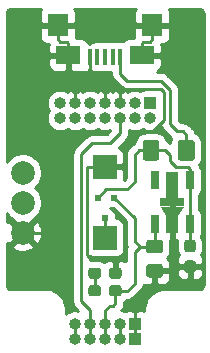
<source format=gtl>
G04 #@! TF.GenerationSoftware,KiCad,Pcbnew,(5.1.5-0-10_14)*
G04 #@! TF.CreationDate,2021-03-21T20:32:30+09:00*
G04 #@! TF.ProjectId,STM32DebugConnector,53544d33-3244-4656-9275-67436f6e6e65,2.0*
G04 #@! TF.SameCoordinates,Original*
G04 #@! TF.FileFunction,Copper,L1,Top*
G04 #@! TF.FilePolarity,Positive*
%FSLAX46Y46*%
G04 Gerber Fmt 4.6, Leading zero omitted, Abs format (unit mm)*
G04 Created by KiCad (PCBNEW (5.1.5-0-10_14)) date 2021-03-21 20:32:30*
%MOMM*%
%LPD*%
G04 APERTURE LIST*
%ADD10R,1.000000X1.000000*%
%ADD11O,1.000000X1.000000*%
%ADD12R,2.000000X2.000000*%
%ADD13R,2.000000X0.800000*%
%ADD14R,1.000000X1.500000*%
%ADD15R,0.700000X1.500000*%
%ADD16R,1.000000X2.250000*%
%ADD17C,0.100000*%
%ADD18C,2.000000*%
%ADD19R,1.800000X1.900000*%
%ADD20R,2.100000X1.600000*%
%ADD21R,0.400000X1.350000*%
%ADD22C,0.609600*%
%ADD23C,0.254000*%
G04 APERTURE END LIST*
D10*
X3810000Y-8600000D03*
D11*
X3810000Y-9870000D03*
X2540000Y-8600000D03*
X2540000Y-9870000D03*
X1270000Y-8600000D03*
X1270000Y-9870000D03*
X0Y-8600000D03*
X0Y-9870000D03*
X-1270000Y-8600000D03*
X-1270000Y-9870000D03*
X-2540000Y-8600000D03*
X-2540000Y-9870000D03*
X-3810000Y-8600000D03*
X-3810000Y-9870000D03*
D12*
X0Y-14000000D03*
X0Y-20000000D03*
D11*
X-2540000Y-27280000D03*
X-1270000Y-27280000D03*
X0Y-27280000D03*
X1270000Y-27280000D03*
D10*
X2540000Y-27280000D03*
D11*
X-2540000Y-28550000D03*
X-1270000Y-28550000D03*
X0Y-28550000D03*
X1270000Y-28550000D03*
D10*
X2540000Y-28550000D03*
D13*
X5700000Y-17000000D03*
D14*
X5700000Y-18850000D03*
D15*
X4200000Y-15150000D03*
D16*
X5700000Y-15525000D03*
D15*
X7200000Y-15150000D03*
X4200000Y-18850000D03*
X7200000Y-18850000D03*
G04 #@! TA.AperFunction,SMDPad,CuDef*
D17*
G36*
X6700000Y-17400000D02*
G01*
X6200000Y-18150000D01*
X5200000Y-18150000D01*
X4700000Y-17400000D01*
X6700000Y-17400000D01*
G37*
G04 #@! TD.AperFunction*
G04 #@! TA.AperFunction,SMDPad,CuDef*
G36*
X1185779Y-24026144D02*
G01*
X1208834Y-24029563D01*
X1231443Y-24035227D01*
X1253387Y-24043079D01*
X1274457Y-24053044D01*
X1294448Y-24065026D01*
X1313168Y-24078910D01*
X1330438Y-24094562D01*
X1346090Y-24111832D01*
X1359974Y-24130552D01*
X1371956Y-24150543D01*
X1381921Y-24171613D01*
X1389773Y-24193557D01*
X1395437Y-24216166D01*
X1398856Y-24239221D01*
X1400000Y-24262500D01*
X1400000Y-24737500D01*
X1398856Y-24760779D01*
X1395437Y-24783834D01*
X1389773Y-24806443D01*
X1381921Y-24828387D01*
X1371956Y-24849457D01*
X1359974Y-24869448D01*
X1346090Y-24888168D01*
X1330438Y-24905438D01*
X1313168Y-24921090D01*
X1294448Y-24934974D01*
X1274457Y-24946956D01*
X1253387Y-24956921D01*
X1231443Y-24964773D01*
X1208834Y-24970437D01*
X1185779Y-24973856D01*
X1162500Y-24975000D01*
X587500Y-24975000D01*
X564221Y-24973856D01*
X541166Y-24970437D01*
X518557Y-24964773D01*
X496613Y-24956921D01*
X475543Y-24946956D01*
X455552Y-24934974D01*
X436832Y-24921090D01*
X419562Y-24905438D01*
X403910Y-24888168D01*
X390026Y-24869448D01*
X378044Y-24849457D01*
X368079Y-24828387D01*
X360227Y-24806443D01*
X354563Y-24783834D01*
X351144Y-24760779D01*
X350000Y-24737500D01*
X350000Y-24262500D01*
X351144Y-24239221D01*
X354563Y-24216166D01*
X360227Y-24193557D01*
X368079Y-24171613D01*
X378044Y-24150543D01*
X390026Y-24130552D01*
X403910Y-24111832D01*
X419562Y-24094562D01*
X436832Y-24078910D01*
X455552Y-24065026D01*
X475543Y-24053044D01*
X496613Y-24043079D01*
X518557Y-24035227D01*
X541166Y-24029563D01*
X564221Y-24026144D01*
X587500Y-24025000D01*
X1162500Y-24025000D01*
X1185779Y-24026144D01*
G37*
G04 #@! TD.AperFunction*
G04 #@! TA.AperFunction,SMDPad,CuDef*
G36*
X-564221Y-24026144D02*
G01*
X-541166Y-24029563D01*
X-518557Y-24035227D01*
X-496613Y-24043079D01*
X-475543Y-24053044D01*
X-455552Y-24065026D01*
X-436832Y-24078910D01*
X-419562Y-24094562D01*
X-403910Y-24111832D01*
X-390026Y-24130552D01*
X-378044Y-24150543D01*
X-368079Y-24171613D01*
X-360227Y-24193557D01*
X-354563Y-24216166D01*
X-351144Y-24239221D01*
X-350000Y-24262500D01*
X-350000Y-24737500D01*
X-351144Y-24760779D01*
X-354563Y-24783834D01*
X-360227Y-24806443D01*
X-368079Y-24828387D01*
X-378044Y-24849457D01*
X-390026Y-24869448D01*
X-403910Y-24888168D01*
X-419562Y-24905438D01*
X-436832Y-24921090D01*
X-455552Y-24934974D01*
X-475543Y-24946956D01*
X-496613Y-24956921D01*
X-518557Y-24964773D01*
X-541166Y-24970437D01*
X-564221Y-24973856D01*
X-587500Y-24975000D01*
X-1162500Y-24975000D01*
X-1185779Y-24973856D01*
X-1208834Y-24970437D01*
X-1231443Y-24964773D01*
X-1253387Y-24956921D01*
X-1274457Y-24946956D01*
X-1294448Y-24934974D01*
X-1313168Y-24921090D01*
X-1330438Y-24905438D01*
X-1346090Y-24888168D01*
X-1359974Y-24869448D01*
X-1371956Y-24849457D01*
X-1381921Y-24828387D01*
X-1389773Y-24806443D01*
X-1395437Y-24783834D01*
X-1398856Y-24760779D01*
X-1400000Y-24737500D01*
X-1400000Y-24262500D01*
X-1398856Y-24239221D01*
X-1395437Y-24216166D01*
X-1389773Y-24193557D01*
X-1381921Y-24171613D01*
X-1371956Y-24150543D01*
X-1359974Y-24130552D01*
X-1346090Y-24111832D01*
X-1330438Y-24094562D01*
X-1313168Y-24078910D01*
X-1294448Y-24065026D01*
X-1274457Y-24053044D01*
X-1253387Y-24043079D01*
X-1231443Y-24035227D01*
X-1208834Y-24029563D01*
X-1185779Y-24026144D01*
X-1162500Y-24025000D01*
X-587500Y-24025000D01*
X-564221Y-24026144D01*
G37*
G04 #@! TD.AperFunction*
G04 #@! TA.AperFunction,SMDPad,CuDef*
G36*
X-564221Y-22526144D02*
G01*
X-541166Y-22529563D01*
X-518557Y-22535227D01*
X-496613Y-22543079D01*
X-475543Y-22553044D01*
X-455552Y-22565026D01*
X-436832Y-22578910D01*
X-419562Y-22594562D01*
X-403910Y-22611832D01*
X-390026Y-22630552D01*
X-378044Y-22650543D01*
X-368079Y-22671613D01*
X-360227Y-22693557D01*
X-354563Y-22716166D01*
X-351144Y-22739221D01*
X-350000Y-22762500D01*
X-350000Y-23237500D01*
X-351144Y-23260779D01*
X-354563Y-23283834D01*
X-360227Y-23306443D01*
X-368079Y-23328387D01*
X-378044Y-23349457D01*
X-390026Y-23369448D01*
X-403910Y-23388168D01*
X-419562Y-23405438D01*
X-436832Y-23421090D01*
X-455552Y-23434974D01*
X-475543Y-23446956D01*
X-496613Y-23456921D01*
X-518557Y-23464773D01*
X-541166Y-23470437D01*
X-564221Y-23473856D01*
X-587500Y-23475000D01*
X-1162500Y-23475000D01*
X-1185779Y-23473856D01*
X-1208834Y-23470437D01*
X-1231443Y-23464773D01*
X-1253387Y-23456921D01*
X-1274457Y-23446956D01*
X-1294448Y-23434974D01*
X-1313168Y-23421090D01*
X-1330438Y-23405438D01*
X-1346090Y-23388168D01*
X-1359974Y-23369448D01*
X-1371956Y-23349457D01*
X-1381921Y-23328387D01*
X-1389773Y-23306443D01*
X-1395437Y-23283834D01*
X-1398856Y-23260779D01*
X-1400000Y-23237500D01*
X-1400000Y-22762500D01*
X-1398856Y-22739221D01*
X-1395437Y-22716166D01*
X-1389773Y-22693557D01*
X-1381921Y-22671613D01*
X-1371956Y-22650543D01*
X-1359974Y-22630552D01*
X-1346090Y-22611832D01*
X-1330438Y-22594562D01*
X-1313168Y-22578910D01*
X-1294448Y-22565026D01*
X-1274457Y-22553044D01*
X-1253387Y-22543079D01*
X-1231443Y-22535227D01*
X-1208834Y-22529563D01*
X-1185779Y-22526144D01*
X-1162500Y-22525000D01*
X-587500Y-22525000D01*
X-564221Y-22526144D01*
G37*
G04 #@! TD.AperFunction*
G04 #@! TA.AperFunction,SMDPad,CuDef*
G36*
X1185779Y-22526144D02*
G01*
X1208834Y-22529563D01*
X1231443Y-22535227D01*
X1253387Y-22543079D01*
X1274457Y-22553044D01*
X1294448Y-22565026D01*
X1313168Y-22578910D01*
X1330438Y-22594562D01*
X1346090Y-22611832D01*
X1359974Y-22630552D01*
X1371956Y-22650543D01*
X1381921Y-22671613D01*
X1389773Y-22693557D01*
X1395437Y-22716166D01*
X1398856Y-22739221D01*
X1400000Y-22762500D01*
X1400000Y-23237500D01*
X1398856Y-23260779D01*
X1395437Y-23283834D01*
X1389773Y-23306443D01*
X1381921Y-23328387D01*
X1371956Y-23349457D01*
X1359974Y-23369448D01*
X1346090Y-23388168D01*
X1330438Y-23405438D01*
X1313168Y-23421090D01*
X1294448Y-23434974D01*
X1274457Y-23446956D01*
X1253387Y-23456921D01*
X1231443Y-23464773D01*
X1208834Y-23470437D01*
X1185779Y-23473856D01*
X1162500Y-23475000D01*
X587500Y-23475000D01*
X564221Y-23473856D01*
X541166Y-23470437D01*
X518557Y-23464773D01*
X496613Y-23456921D01*
X475543Y-23446956D01*
X455552Y-23434974D01*
X436832Y-23421090D01*
X419562Y-23405438D01*
X403910Y-23388168D01*
X390026Y-23369448D01*
X378044Y-23349457D01*
X368079Y-23328387D01*
X360227Y-23306443D01*
X354563Y-23283834D01*
X351144Y-23260779D01*
X350000Y-23237500D01*
X350000Y-22762500D01*
X351144Y-22739221D01*
X354563Y-22716166D01*
X360227Y-22693557D01*
X368079Y-22671613D01*
X378044Y-22650543D01*
X390026Y-22630552D01*
X403910Y-22611832D01*
X419562Y-22594562D01*
X436832Y-22578910D01*
X455552Y-22565026D01*
X475543Y-22553044D01*
X496613Y-22543079D01*
X518557Y-22535227D01*
X541166Y-22529563D01*
X564221Y-22526144D01*
X587500Y-22525000D01*
X1162500Y-22525000D01*
X1185779Y-22526144D01*
G37*
G04 #@! TD.AperFunction*
D18*
X-6959800Y-19570000D03*
X-6959800Y-17030000D03*
X-6959800Y-14490000D03*
D19*
X-4000000Y-2000000D03*
X4000000Y-2000000D03*
D20*
X-3100000Y-4550000D03*
X3100000Y-4550000D03*
D21*
X-1300000Y-4700000D03*
X-650000Y-4675000D03*
X0Y-4675000D03*
X650000Y-4675000D03*
X1300000Y-4675000D03*
G04 #@! TA.AperFunction,SMDPad,CuDef*
D17*
G36*
X7362004Y-11726204D02*
G01*
X7386273Y-11729804D01*
X7410071Y-11735765D01*
X7433171Y-11744030D01*
X7455349Y-11754520D01*
X7476393Y-11767133D01*
X7496098Y-11781747D01*
X7514277Y-11798223D01*
X7530753Y-11816402D01*
X7545367Y-11836107D01*
X7557980Y-11857151D01*
X7568470Y-11879329D01*
X7576735Y-11902429D01*
X7582696Y-11926227D01*
X7586296Y-11950496D01*
X7587500Y-11975000D01*
X7587500Y-13225000D01*
X7586296Y-13249504D01*
X7582696Y-13273773D01*
X7576735Y-13297571D01*
X7568470Y-13320671D01*
X7557980Y-13342849D01*
X7545367Y-13363893D01*
X7530753Y-13383598D01*
X7514277Y-13401777D01*
X7496098Y-13418253D01*
X7476393Y-13432867D01*
X7455349Y-13445480D01*
X7433171Y-13455970D01*
X7410071Y-13464235D01*
X7386273Y-13470196D01*
X7362004Y-13473796D01*
X7337500Y-13475000D01*
X6412500Y-13475000D01*
X6387996Y-13473796D01*
X6363727Y-13470196D01*
X6339929Y-13464235D01*
X6316829Y-13455970D01*
X6294651Y-13445480D01*
X6273607Y-13432867D01*
X6253902Y-13418253D01*
X6235723Y-13401777D01*
X6219247Y-13383598D01*
X6204633Y-13363893D01*
X6192020Y-13342849D01*
X6181530Y-13320671D01*
X6173265Y-13297571D01*
X6167304Y-13273773D01*
X6163704Y-13249504D01*
X6162500Y-13225000D01*
X6162500Y-11975000D01*
X6163704Y-11950496D01*
X6167304Y-11926227D01*
X6173265Y-11902429D01*
X6181530Y-11879329D01*
X6192020Y-11857151D01*
X6204633Y-11836107D01*
X6219247Y-11816402D01*
X6235723Y-11798223D01*
X6253902Y-11781747D01*
X6273607Y-11767133D01*
X6294651Y-11754520D01*
X6316829Y-11744030D01*
X6339929Y-11735765D01*
X6363727Y-11729804D01*
X6387996Y-11726204D01*
X6412500Y-11725000D01*
X7337500Y-11725000D01*
X7362004Y-11726204D01*
G37*
G04 #@! TD.AperFunction*
G04 #@! TA.AperFunction,SMDPad,CuDef*
G36*
X4387004Y-11726204D02*
G01*
X4411273Y-11729804D01*
X4435071Y-11735765D01*
X4458171Y-11744030D01*
X4480349Y-11754520D01*
X4501393Y-11767133D01*
X4521098Y-11781747D01*
X4539277Y-11798223D01*
X4555753Y-11816402D01*
X4570367Y-11836107D01*
X4582980Y-11857151D01*
X4593470Y-11879329D01*
X4601735Y-11902429D01*
X4607696Y-11926227D01*
X4611296Y-11950496D01*
X4612500Y-11975000D01*
X4612500Y-13225000D01*
X4611296Y-13249504D01*
X4607696Y-13273773D01*
X4601735Y-13297571D01*
X4593470Y-13320671D01*
X4582980Y-13342849D01*
X4570367Y-13363893D01*
X4555753Y-13383598D01*
X4539277Y-13401777D01*
X4521098Y-13418253D01*
X4501393Y-13432867D01*
X4480349Y-13445480D01*
X4458171Y-13455970D01*
X4435071Y-13464235D01*
X4411273Y-13470196D01*
X4387004Y-13473796D01*
X4362500Y-13475000D01*
X3437500Y-13475000D01*
X3412996Y-13473796D01*
X3388727Y-13470196D01*
X3364929Y-13464235D01*
X3341829Y-13455970D01*
X3319651Y-13445480D01*
X3298607Y-13432867D01*
X3278902Y-13418253D01*
X3260723Y-13401777D01*
X3244247Y-13383598D01*
X3229633Y-13363893D01*
X3217020Y-13342849D01*
X3206530Y-13320671D01*
X3198265Y-13297571D01*
X3192304Y-13273773D01*
X3188704Y-13249504D01*
X3187500Y-13225000D01*
X3187500Y-11975000D01*
X3188704Y-11950496D01*
X3192304Y-11926227D01*
X3198265Y-11902429D01*
X3206530Y-11879329D01*
X3217020Y-11857151D01*
X3229633Y-11836107D01*
X3244247Y-11816402D01*
X3260723Y-11798223D01*
X3278902Y-11781747D01*
X3298607Y-11767133D01*
X3319651Y-11754520D01*
X3341829Y-11744030D01*
X3364929Y-11735765D01*
X3388727Y-11729804D01*
X3412996Y-11726204D01*
X3437500Y-11725000D01*
X4362500Y-11725000D01*
X4387004Y-11726204D01*
G37*
G04 #@! TD.AperFunction*
G04 #@! TA.AperFunction,SMDPad,CuDef*
G36*
X4674505Y-22226204D02*
G01*
X4698773Y-22229804D01*
X4722572Y-22235765D01*
X4745671Y-22244030D01*
X4767850Y-22254520D01*
X4788893Y-22267132D01*
X4808599Y-22281747D01*
X4826777Y-22298223D01*
X4843253Y-22316401D01*
X4857868Y-22336107D01*
X4870480Y-22357150D01*
X4880970Y-22379329D01*
X4889235Y-22402428D01*
X4895196Y-22426227D01*
X4898796Y-22450495D01*
X4900000Y-22474999D01*
X4900000Y-23125001D01*
X4898796Y-23149505D01*
X4895196Y-23173773D01*
X4889235Y-23197572D01*
X4880970Y-23220671D01*
X4870480Y-23242850D01*
X4857868Y-23263893D01*
X4843253Y-23283599D01*
X4826777Y-23301777D01*
X4808599Y-23318253D01*
X4788893Y-23332868D01*
X4767850Y-23345480D01*
X4745671Y-23355970D01*
X4722572Y-23364235D01*
X4698773Y-23370196D01*
X4674505Y-23373796D01*
X4650001Y-23375000D01*
X3749999Y-23375000D01*
X3725495Y-23373796D01*
X3701227Y-23370196D01*
X3677428Y-23364235D01*
X3654329Y-23355970D01*
X3632150Y-23345480D01*
X3611107Y-23332868D01*
X3591401Y-23318253D01*
X3573223Y-23301777D01*
X3556747Y-23283599D01*
X3542132Y-23263893D01*
X3529520Y-23242850D01*
X3519030Y-23220671D01*
X3510765Y-23197572D01*
X3504804Y-23173773D01*
X3501204Y-23149505D01*
X3500000Y-23125001D01*
X3500000Y-22474999D01*
X3501204Y-22450495D01*
X3504804Y-22426227D01*
X3510765Y-22402428D01*
X3519030Y-22379329D01*
X3529520Y-22357150D01*
X3542132Y-22336107D01*
X3556747Y-22316401D01*
X3573223Y-22298223D01*
X3591401Y-22281747D01*
X3611107Y-22267132D01*
X3632150Y-22254520D01*
X3654329Y-22244030D01*
X3677428Y-22235765D01*
X3701227Y-22229804D01*
X3725495Y-22226204D01*
X3749999Y-22225000D01*
X4650001Y-22225000D01*
X4674505Y-22226204D01*
G37*
G04 #@! TD.AperFunction*
G04 #@! TA.AperFunction,SMDPad,CuDef*
G36*
X4674505Y-20176204D02*
G01*
X4698773Y-20179804D01*
X4722572Y-20185765D01*
X4745671Y-20194030D01*
X4767850Y-20204520D01*
X4788893Y-20217132D01*
X4808599Y-20231747D01*
X4826777Y-20248223D01*
X4843253Y-20266401D01*
X4857868Y-20286107D01*
X4870480Y-20307150D01*
X4880970Y-20329329D01*
X4889235Y-20352428D01*
X4895196Y-20376227D01*
X4898796Y-20400495D01*
X4900000Y-20424999D01*
X4900000Y-21075001D01*
X4898796Y-21099505D01*
X4895196Y-21123773D01*
X4889235Y-21147572D01*
X4880970Y-21170671D01*
X4870480Y-21192850D01*
X4857868Y-21213893D01*
X4843253Y-21233599D01*
X4826777Y-21251777D01*
X4808599Y-21268253D01*
X4788893Y-21282868D01*
X4767850Y-21295480D01*
X4745671Y-21305970D01*
X4722572Y-21314235D01*
X4698773Y-21320196D01*
X4674505Y-21323796D01*
X4650001Y-21325000D01*
X3749999Y-21325000D01*
X3725495Y-21323796D01*
X3701227Y-21320196D01*
X3677428Y-21314235D01*
X3654329Y-21305970D01*
X3632150Y-21295480D01*
X3611107Y-21282868D01*
X3591401Y-21268253D01*
X3573223Y-21251777D01*
X3556747Y-21233599D01*
X3542132Y-21213893D01*
X3529520Y-21192850D01*
X3519030Y-21170671D01*
X3510765Y-21147572D01*
X3504804Y-21123773D01*
X3501204Y-21099505D01*
X3500000Y-21075001D01*
X3500000Y-20424999D01*
X3501204Y-20400495D01*
X3504804Y-20376227D01*
X3510765Y-20352428D01*
X3519030Y-20329329D01*
X3529520Y-20307150D01*
X3542132Y-20286107D01*
X3556747Y-20266401D01*
X3573223Y-20248223D01*
X3591401Y-20231747D01*
X3611107Y-20217132D01*
X3632150Y-20204520D01*
X3654329Y-20194030D01*
X3677428Y-20185765D01*
X3701227Y-20179804D01*
X3725495Y-20176204D01*
X3749999Y-20175000D01*
X4650001Y-20175000D01*
X4674505Y-20176204D01*
G37*
G04 #@! TD.AperFunction*
G04 #@! TA.AperFunction,SMDPad,CuDef*
G36*
X7460779Y-21926144D02*
G01*
X7483834Y-21929563D01*
X7506443Y-21935227D01*
X7528387Y-21943079D01*
X7549457Y-21953044D01*
X7569448Y-21965026D01*
X7588168Y-21978910D01*
X7605438Y-21994562D01*
X7621090Y-22011832D01*
X7634974Y-22030552D01*
X7646956Y-22050543D01*
X7656921Y-22071613D01*
X7664773Y-22093557D01*
X7670437Y-22116166D01*
X7673856Y-22139221D01*
X7675000Y-22162500D01*
X7675000Y-22737500D01*
X7673856Y-22760779D01*
X7670437Y-22783834D01*
X7664773Y-22806443D01*
X7656921Y-22828387D01*
X7646956Y-22849457D01*
X7634974Y-22869448D01*
X7621090Y-22888168D01*
X7605438Y-22905438D01*
X7588168Y-22921090D01*
X7569448Y-22934974D01*
X7549457Y-22946956D01*
X7528387Y-22956921D01*
X7506443Y-22964773D01*
X7483834Y-22970437D01*
X7460779Y-22973856D01*
X7437500Y-22975000D01*
X6962500Y-22975000D01*
X6939221Y-22973856D01*
X6916166Y-22970437D01*
X6893557Y-22964773D01*
X6871613Y-22956921D01*
X6850543Y-22946956D01*
X6830552Y-22934974D01*
X6811832Y-22921090D01*
X6794562Y-22905438D01*
X6778910Y-22888168D01*
X6765026Y-22869448D01*
X6753044Y-22849457D01*
X6743079Y-22828387D01*
X6735227Y-22806443D01*
X6729563Y-22783834D01*
X6726144Y-22760779D01*
X6725000Y-22737500D01*
X6725000Y-22162500D01*
X6726144Y-22139221D01*
X6729563Y-22116166D01*
X6735227Y-22093557D01*
X6743079Y-22071613D01*
X6753044Y-22050543D01*
X6765026Y-22030552D01*
X6778910Y-22011832D01*
X6794562Y-21994562D01*
X6811832Y-21978910D01*
X6830552Y-21965026D01*
X6850543Y-21953044D01*
X6871613Y-21943079D01*
X6893557Y-21935227D01*
X6916166Y-21929563D01*
X6939221Y-21926144D01*
X6962500Y-21925000D01*
X7437500Y-21925000D01*
X7460779Y-21926144D01*
G37*
G04 #@! TD.AperFunction*
G04 #@! TA.AperFunction,SMDPad,CuDef*
G36*
X7460779Y-20176144D02*
G01*
X7483834Y-20179563D01*
X7506443Y-20185227D01*
X7528387Y-20193079D01*
X7549457Y-20203044D01*
X7569448Y-20215026D01*
X7588168Y-20228910D01*
X7605438Y-20244562D01*
X7621090Y-20261832D01*
X7634974Y-20280552D01*
X7646956Y-20300543D01*
X7656921Y-20321613D01*
X7664773Y-20343557D01*
X7670437Y-20366166D01*
X7673856Y-20389221D01*
X7675000Y-20412500D01*
X7675000Y-20987500D01*
X7673856Y-21010779D01*
X7670437Y-21033834D01*
X7664773Y-21056443D01*
X7656921Y-21078387D01*
X7646956Y-21099457D01*
X7634974Y-21119448D01*
X7621090Y-21138168D01*
X7605438Y-21155438D01*
X7588168Y-21171090D01*
X7569448Y-21184974D01*
X7549457Y-21196956D01*
X7528387Y-21206921D01*
X7506443Y-21214773D01*
X7483834Y-21220437D01*
X7460779Y-21223856D01*
X7437500Y-21225000D01*
X6962500Y-21225000D01*
X6939221Y-21223856D01*
X6916166Y-21220437D01*
X6893557Y-21214773D01*
X6871613Y-21206921D01*
X6850543Y-21196956D01*
X6830552Y-21184974D01*
X6811832Y-21171090D01*
X6794562Y-21155438D01*
X6778910Y-21138168D01*
X6765026Y-21119448D01*
X6753044Y-21099457D01*
X6743079Y-21078387D01*
X6735227Y-21056443D01*
X6729563Y-21033834D01*
X6726144Y-21010779D01*
X6725000Y-20987500D01*
X6725000Y-20412500D01*
X6726144Y-20389221D01*
X6729563Y-20366166D01*
X6735227Y-20343557D01*
X6743079Y-20321613D01*
X6753044Y-20300543D01*
X6765026Y-20280552D01*
X6778910Y-20261832D01*
X6794562Y-20244562D01*
X6811832Y-20228910D01*
X6830552Y-20215026D01*
X6850543Y-20203044D01*
X6871613Y-20193079D01*
X6893557Y-20185227D01*
X6916166Y-20179563D01*
X6939221Y-20176144D01*
X6962500Y-20175000D01*
X7437500Y-20175000D01*
X7460779Y-20176144D01*
G37*
G04 #@! TD.AperFunction*
D22*
X0Y-2000000D03*
X800000Y-16600000D03*
X-600000Y-16600000D03*
X0Y-18300000D03*
D23*
X4000000Y-3204000D02*
X3804000Y-3400000D01*
X4000000Y-2000000D02*
X4000000Y-3204000D01*
X3100000Y-3496000D02*
X3196000Y-3400000D01*
X3196000Y-3400000D02*
X3804000Y-3400000D01*
X3100000Y-4550000D02*
X3100000Y-3496000D01*
X-4000000Y-3204000D02*
X-3804000Y-3400000D01*
X-4000000Y-2000000D02*
X-4000000Y-3204000D01*
X-3196000Y-3400000D02*
X-3804000Y-3400000D01*
X-3100000Y-3496000D02*
X-3196000Y-3400000D01*
X-3100000Y-4550000D02*
X-3100000Y-3496000D01*
X-1300000Y-4700000D02*
X-1300000Y-5800000D01*
X-1300000Y-5800000D02*
X-1500000Y-6000000D01*
X-3100000Y-4550000D02*
X-3100000Y-5604000D01*
X-3100000Y-5604000D02*
X-3100000Y-5800000D01*
X-2900000Y-6000000D02*
X-3100000Y-5800000D01*
X-1500000Y-6000000D02*
X-2900000Y-6000000D01*
X1270000Y-8600000D02*
X1270000Y-7366000D01*
X0Y-8600000D02*
X0Y-7366000D01*
X1270000Y-7366000D02*
X1266000Y-7366000D01*
X1266000Y-7366000D02*
X1100000Y-7200000D01*
X166000Y-7200000D02*
X0Y-7366000D01*
X1100000Y-7200000D02*
X166000Y-7200000D01*
X-166000Y-7200000D02*
X0Y-7366000D01*
X-2540000Y-7340000D02*
X-2400000Y-7200000D01*
X-2540000Y-8600000D02*
X-2540000Y-7340000D01*
X-1500000Y-7200000D02*
X-166000Y-7200000D01*
X-1500000Y-6000000D02*
X-1500000Y-7200000D01*
X-2400000Y-7200000D02*
X-1500000Y-7200000D01*
X2540000Y-27280000D02*
X2540000Y-28550000D01*
X5700000Y-18850000D02*
X5700000Y-21000000D01*
X7200000Y-22450000D02*
X6150000Y-22450000D01*
X5700000Y-22000000D02*
X5700000Y-21000000D01*
X6150000Y-22450000D02*
X5700000Y-22000000D01*
X4200000Y-22800000D02*
X5400000Y-22800000D01*
X5700000Y-22500000D02*
X5700000Y-22000000D01*
X5400000Y-22800000D02*
X5700000Y-22500000D01*
X5700000Y-18850000D02*
X5700000Y-17775000D01*
X5700000Y-17775000D02*
X5700000Y-17000000D01*
X5700000Y-15525000D02*
X5700000Y-17000000D01*
X875000Y-21875000D02*
X875000Y-23000000D01*
X-1200000Y-21800000D02*
X800000Y-21800000D01*
X-1500000Y-21500000D02*
X-1200000Y-21800000D01*
X800000Y-21800000D02*
X875000Y-21875000D01*
X-1500000Y-14000000D02*
X-1500000Y-21500000D01*
X0Y-14000000D02*
X-1500000Y-14000000D01*
X2540000Y-27280000D02*
X2540000Y-26526000D01*
X2540000Y-26526000D02*
X2540000Y-26162000D01*
X4200000Y-24502000D02*
X2540000Y-26162000D01*
X4200000Y-22800000D02*
X4200000Y-24502000D01*
X-6959800Y-19570000D02*
X-5370000Y-19570000D01*
X-5370000Y-19570000D02*
X-5100000Y-19300000D01*
X-5100000Y-19300000D02*
X-5100000Y-7400000D01*
X-5100000Y-7400000D02*
X-4900000Y-7200000D01*
X-2680000Y-7200000D02*
X-2540000Y-7340000D01*
X-4900000Y-7200000D02*
X-2680000Y-7200000D01*
X-4000000Y-2000000D02*
X0Y-2000000D01*
X4000000Y-2000000D02*
X0Y-2000000D01*
X1500000Y-14000000D02*
X0Y-14000000D01*
X1700000Y-13800000D02*
X1500000Y-14000000D01*
X3000000Y-11000000D02*
X1700000Y-12300000D01*
X4753408Y-7400000D02*
X5000000Y-7646592D01*
X1632000Y-7400000D02*
X4753408Y-7400000D01*
X5000000Y-7646592D02*
X5000000Y-10053408D01*
X1700000Y-12300000D02*
X1700000Y-13800000D01*
X5000000Y-10053408D02*
X4053408Y-11000000D01*
X1432000Y-7200000D02*
X1632000Y-7400000D01*
X4053408Y-11000000D02*
X3000000Y-11000000D01*
X1266000Y-7366000D02*
X1432000Y-7200000D01*
X0Y-27280000D02*
X0Y-28550000D01*
X0Y-27280000D02*
X0Y-26572894D01*
X0Y-26572894D02*
X0Y-26162000D01*
X875000Y-24500000D02*
X875000Y-25566400D01*
X875000Y-25566400D02*
X660400Y-25781000D01*
X381000Y-25781000D02*
X0Y-26162000D01*
X660400Y-25781000D02*
X381000Y-25781000D01*
X4200000Y-20750000D02*
X2950000Y-20750000D01*
X2950000Y-20750000D02*
X2500000Y-21200000D01*
X875000Y-24500000D02*
X1900000Y-24500000D01*
X2500000Y-23900000D02*
X2500000Y-21200000D01*
X1900000Y-24500000D02*
X2500000Y-23900000D01*
X4200000Y-18850000D02*
X4200000Y-20750000D01*
X2950000Y-20750000D02*
X2500000Y-20300000D01*
X2500000Y-18300000D02*
X800000Y-16600000D01*
X2500000Y-20300000D02*
X2500000Y-18300000D01*
X7200000Y-20700000D02*
X7200000Y-18850000D01*
X7200000Y-18850000D02*
X7200000Y-15150000D01*
X7054000Y-14000000D02*
X7200000Y-14146000D01*
X7200000Y-14146000D02*
X7200000Y-15150000D01*
X100000Y-15900000D02*
X-600000Y-16600000D01*
X2500000Y-15300000D02*
X1900000Y-15900000D01*
X1900000Y-15900000D02*
X100000Y-15900000D01*
X2500000Y-13000000D02*
X2500000Y-15300000D01*
X2900000Y-12600000D02*
X2500000Y-13000000D01*
X3900000Y-12600000D02*
X2900000Y-12600000D01*
X3900000Y-12600000D02*
X5100000Y-12600000D01*
X5100000Y-12600000D02*
X5500000Y-13000000D01*
X5500000Y-13000000D02*
X5500000Y-13500000D01*
X6000000Y-14000000D02*
X7054000Y-14000000D01*
X5500000Y-13500000D02*
X6000000Y-14000000D01*
X-875000Y-24500000D02*
X-875000Y-23000000D01*
X1270000Y-11176000D02*
X1270000Y-9870000D01*
X446000Y-12000000D02*
X1270000Y-11176000D01*
X-2000000Y-12900000D02*
X-1100000Y-12000000D01*
X-1100000Y-12000000D02*
X446000Y-12000000D01*
X-1270000Y-27280000D02*
X-1270000Y-26130000D01*
X-1270000Y-26130000D02*
X-2000000Y-25400000D01*
X-2000000Y-25400000D02*
X-2000000Y-12900000D01*
X-1270000Y-27280000D02*
X-1270000Y-28550000D01*
X-2540000Y-27280000D02*
X-2540000Y-28550000D01*
X1270000Y-27280000D02*
X1270000Y-28550000D01*
X0Y-18300000D02*
X0Y-20000000D01*
X1300000Y-6100000D02*
X1300000Y-4675000D01*
X4700000Y-6700000D02*
X1900000Y-6700000D01*
X5500000Y-10400000D02*
X5500000Y-7500000D01*
X5500000Y-7500000D02*
X4700000Y-6700000D01*
X1900000Y-6700000D02*
X1300000Y-6100000D01*
X6875000Y-12600000D02*
X6875000Y-11275000D01*
X6875000Y-11275000D02*
X6600000Y-11000000D01*
X6100000Y-11000000D02*
X5500000Y-10400000D01*
X6600000Y-11000000D02*
X6100000Y-11000000D01*
G36*
X-5430537Y-695506D02*
G01*
X-5489502Y-805820D01*
X-5525812Y-925518D01*
X-5538072Y-1050000D01*
X-5535000Y-1714250D01*
X-5376250Y-1873000D01*
X-4127000Y-1873000D01*
X-4127000Y-1853000D01*
X-3873000Y-1853000D01*
X-3873000Y-1873000D01*
X-2623750Y-1873000D01*
X-2465000Y-1714250D01*
X-2461928Y-1050000D01*
X-2474188Y-925518D01*
X-2510498Y-805820D01*
X-2569463Y-695506D01*
X-2598602Y-660000D01*
X2598602Y-660000D01*
X2569463Y-695506D01*
X2510498Y-805820D01*
X2474188Y-925518D01*
X2461928Y-1050000D01*
X2465000Y-1714250D01*
X2623750Y-1873000D01*
X3873000Y-1873000D01*
X3873000Y-1853000D01*
X4127000Y-1853000D01*
X4127000Y-1873000D01*
X5376250Y-1873000D01*
X5535000Y-1714250D01*
X5538072Y-1050000D01*
X5525812Y-925518D01*
X5489502Y-805820D01*
X5430537Y-695506D01*
X5401398Y-660000D01*
X7967721Y-660000D01*
X8065424Y-669580D01*
X8128356Y-688580D01*
X8186405Y-719445D01*
X8237343Y-760989D01*
X8279248Y-811644D01*
X8310515Y-869471D01*
X8329956Y-932272D01*
X8340001Y-1027845D01*
X8340000Y-23967721D01*
X8330420Y-24065424D01*
X8311420Y-24128357D01*
X8280554Y-24186406D01*
X8239011Y-24237343D01*
X8188356Y-24279248D01*
X8130529Y-24310515D01*
X8067728Y-24329956D01*
X7972165Y-24340000D01*
X4967581Y-24340000D01*
X4939326Y-24342783D01*
X4933199Y-24342740D01*
X4924028Y-24343640D01*
X4729931Y-24364041D01*
X4671348Y-24376066D01*
X4612577Y-24387277D01*
X4603755Y-24389941D01*
X4417317Y-24447653D01*
X4362162Y-24470838D01*
X4306709Y-24493242D01*
X4298573Y-24497568D01*
X4126896Y-24590393D01*
X4077278Y-24623861D01*
X4027247Y-24656600D01*
X4020106Y-24662424D01*
X3869728Y-24786828D01*
X3827589Y-24829263D01*
X3784839Y-24871126D01*
X3778966Y-24878227D01*
X3655616Y-25029469D01*
X3622534Y-25079262D01*
X3588716Y-25128651D01*
X3584333Y-25136757D01*
X3492708Y-25309079D01*
X3469909Y-25364394D01*
X3446348Y-25419366D01*
X3443623Y-25428169D01*
X3387214Y-25615005D01*
X3375594Y-25673693D01*
X3363158Y-25732196D01*
X3362195Y-25741361D01*
X3343150Y-25935595D01*
X3343150Y-25935608D01*
X3340001Y-25967581D01*
X3340001Y-26220335D01*
X3284180Y-26190498D01*
X3164482Y-26154188D01*
X3040000Y-26141928D01*
X2825750Y-26145000D01*
X2797750Y-26173000D01*
X2282250Y-26173000D01*
X2254250Y-26145000D01*
X2040000Y-26141928D01*
X1915518Y-26154188D01*
X1795820Y-26190498D01*
X1712774Y-26234888D01*
X1601067Y-26188617D01*
X1381788Y-26145000D01*
X1374030Y-26145000D01*
X1387346Y-26131684D01*
X1416422Y-26107822D01*
X1511645Y-25991792D01*
X1582402Y-25859415D01*
X1625974Y-25715778D01*
X1637000Y-25603826D01*
X1637000Y-25603824D01*
X1640686Y-25566401D01*
X1637000Y-25528978D01*
X1637000Y-25471895D01*
X1648942Y-25465512D01*
X1781623Y-25356623D01*
X1859278Y-25262000D01*
X1862577Y-25262000D01*
X1900000Y-25265686D01*
X1937423Y-25262000D01*
X1937426Y-25262000D01*
X2049378Y-25250974D01*
X2193015Y-25207402D01*
X2325392Y-25136645D01*
X2441422Y-25041422D01*
X2465283Y-25012347D01*
X3012352Y-24465278D01*
X3041422Y-24441422D01*
X3136645Y-24325392D01*
X3207402Y-24193015D01*
X3250974Y-24049378D01*
X3259231Y-23965537D01*
X3375518Y-24000812D01*
X3500000Y-24013072D01*
X3914250Y-24010000D01*
X4073000Y-23851250D01*
X4073000Y-22927000D01*
X4327000Y-22927000D01*
X4327000Y-23851250D01*
X4485750Y-24010000D01*
X4900000Y-24013072D01*
X5024482Y-24000812D01*
X5144180Y-23964502D01*
X5254494Y-23905537D01*
X5351185Y-23826185D01*
X5430537Y-23729494D01*
X5489502Y-23619180D01*
X5525812Y-23499482D01*
X5538072Y-23375000D01*
X5535000Y-23085750D01*
X5424250Y-22975000D01*
X6086928Y-22975000D01*
X6099188Y-23099482D01*
X6135498Y-23219180D01*
X6194463Y-23329494D01*
X6273815Y-23426185D01*
X6370506Y-23505537D01*
X6480820Y-23564502D01*
X6600518Y-23600812D01*
X6725000Y-23613072D01*
X6914250Y-23610000D01*
X7073000Y-23451250D01*
X7073000Y-22577000D01*
X7327000Y-22577000D01*
X7327000Y-23451250D01*
X7485750Y-23610000D01*
X7675000Y-23613072D01*
X7799482Y-23600812D01*
X7919180Y-23564502D01*
X8029494Y-23505537D01*
X8126185Y-23426185D01*
X8205537Y-23329494D01*
X8264502Y-23219180D01*
X8300812Y-23099482D01*
X8313072Y-22975000D01*
X8310000Y-22735750D01*
X8151250Y-22577000D01*
X7327000Y-22577000D01*
X7073000Y-22577000D01*
X6248750Y-22577000D01*
X6090000Y-22735750D01*
X6086928Y-22975000D01*
X5424250Y-22975000D01*
X5376250Y-22927000D01*
X4327000Y-22927000D01*
X4073000Y-22927000D01*
X4053000Y-22927000D01*
X4053000Y-22673000D01*
X4073000Y-22673000D01*
X4073000Y-22653000D01*
X4327000Y-22653000D01*
X4327000Y-22673000D01*
X5376250Y-22673000D01*
X5535000Y-22514250D01*
X5538072Y-22225000D01*
X5525812Y-22100518D01*
X5489502Y-21980820D01*
X5430537Y-21870506D01*
X5351185Y-21773815D01*
X5271406Y-21708342D01*
X5277962Y-21702962D01*
X5388405Y-21568387D01*
X5470472Y-21414851D01*
X5521008Y-21248255D01*
X5538072Y-21075001D01*
X5538072Y-20424999D01*
X5521008Y-20251745D01*
X5492264Y-20156986D01*
X5573000Y-20076250D01*
X5573000Y-18977000D01*
X5553000Y-18977000D01*
X5553000Y-18788072D01*
X5573000Y-18788072D01*
X5573000Y-15652000D01*
X5553000Y-15652000D01*
X5553000Y-15398000D01*
X5573000Y-15398000D01*
X5573000Y-15378000D01*
X5827000Y-15378000D01*
X5827000Y-15398000D01*
X5847000Y-15398000D01*
X5847000Y-15652000D01*
X5827000Y-15652000D01*
X5827000Y-18788072D01*
X5847000Y-18788072D01*
X5847000Y-18977000D01*
X5827000Y-18977000D01*
X5827000Y-20076250D01*
X5985750Y-20235000D01*
X6105260Y-20236714D01*
X6103752Y-20241684D01*
X6086928Y-20412500D01*
X6086928Y-20987500D01*
X6103752Y-21158316D01*
X6153577Y-21322567D01*
X6234488Y-21473942D01*
X6254099Y-21497839D01*
X6194463Y-21570506D01*
X6135498Y-21680820D01*
X6099188Y-21800518D01*
X6086928Y-21925000D01*
X6090000Y-22164250D01*
X6248750Y-22323000D01*
X7073000Y-22323000D01*
X7073000Y-22303000D01*
X7327000Y-22303000D01*
X7327000Y-22323000D01*
X8151250Y-22323000D01*
X8310000Y-22164250D01*
X8313072Y-21925000D01*
X8300812Y-21800518D01*
X8264502Y-21680820D01*
X8205537Y-21570506D01*
X8145901Y-21497839D01*
X8165512Y-21473942D01*
X8246423Y-21322567D01*
X8296248Y-21158316D01*
X8313072Y-20987500D01*
X8313072Y-20412500D01*
X8296248Y-20241684D01*
X8246423Y-20077433D01*
X8165512Y-19926058D01*
X8123257Y-19874571D01*
X8139502Y-19844180D01*
X8175812Y-19724482D01*
X8188072Y-19600000D01*
X8188072Y-18100000D01*
X8175812Y-17975518D01*
X8139502Y-17855820D01*
X8080537Y-17745506D01*
X8001185Y-17648815D01*
X7962000Y-17616657D01*
X7962000Y-16383343D01*
X8001185Y-16351185D01*
X8080537Y-16254494D01*
X8139502Y-16144180D01*
X8175812Y-16024482D01*
X8188072Y-15900000D01*
X8188072Y-14400000D01*
X8175812Y-14275518D01*
X8139502Y-14155820D01*
X8080537Y-14045506D01*
X8001185Y-13948815D01*
X7924925Y-13886230D01*
X7965462Y-13852962D01*
X8075905Y-13718386D01*
X8157972Y-13564850D01*
X8208508Y-13398254D01*
X8225572Y-13225000D01*
X8225572Y-11975000D01*
X8208508Y-11801746D01*
X8157972Y-11635150D01*
X8075905Y-11481614D01*
X7965462Y-11347038D01*
X7830886Y-11236595D01*
X7677350Y-11154528D01*
X7627326Y-11139354D01*
X7625974Y-11125622D01*
X7582402Y-10981985D01*
X7511645Y-10849608D01*
X7416422Y-10733578D01*
X7387342Y-10709712D01*
X7165285Y-10487655D01*
X7141422Y-10458578D01*
X7025392Y-10363355D01*
X6893015Y-10292598D01*
X6749378Y-10249026D01*
X6637426Y-10238000D01*
X6637423Y-10238000D01*
X6600000Y-10234314D01*
X6562577Y-10238000D01*
X6415631Y-10238000D01*
X6262000Y-10084370D01*
X6262000Y-7537423D01*
X6265686Y-7500000D01*
X6261936Y-7461928D01*
X6250974Y-7350622D01*
X6207402Y-7206985D01*
X6163790Y-7125392D01*
X6136645Y-7074607D01*
X6065279Y-6987648D01*
X6041422Y-6958578D01*
X6012351Y-6934720D01*
X5265284Y-6187653D01*
X5241422Y-6158578D01*
X5125392Y-6063355D01*
X4993015Y-5992598D01*
X4849378Y-5949026D01*
X4737426Y-5938000D01*
X4737423Y-5938000D01*
X4700000Y-5934314D01*
X4662577Y-5938000D01*
X4396990Y-5938000D01*
X4504494Y-5880537D01*
X4601185Y-5801185D01*
X4680537Y-5704494D01*
X4739502Y-5594180D01*
X4775812Y-5474482D01*
X4788072Y-5350000D01*
X4785000Y-4835750D01*
X4626250Y-4677000D01*
X3227000Y-4677000D01*
X3227000Y-4697000D01*
X2973000Y-4697000D01*
X2973000Y-4677000D01*
X2953000Y-4677000D01*
X2953000Y-4423000D01*
X2973000Y-4423000D01*
X2973000Y-4403000D01*
X3227000Y-4403000D01*
X3227000Y-4423000D01*
X4626250Y-4423000D01*
X4785000Y-4264250D01*
X4788072Y-3750000D01*
X4775812Y-3625518D01*
X4764247Y-3587393D01*
X4900000Y-3588072D01*
X5024482Y-3575812D01*
X5144180Y-3539502D01*
X5254494Y-3480537D01*
X5351185Y-3401185D01*
X5430537Y-3304494D01*
X5489502Y-3194180D01*
X5525812Y-3074482D01*
X5538072Y-2950000D01*
X5535000Y-2285750D01*
X5376250Y-2127000D01*
X4127000Y-2127000D01*
X4127000Y-2147000D01*
X3873000Y-2147000D01*
X3873000Y-2127000D01*
X2623750Y-2127000D01*
X2465000Y-2285750D01*
X2461928Y-2950000D01*
X2474188Y-3074482D01*
X2486079Y-3113681D01*
X2050000Y-3111928D01*
X1925518Y-3124188D01*
X1805820Y-3160498D01*
X1695506Y-3219463D01*
X1598815Y-3298815D01*
X1543503Y-3366213D01*
X1500000Y-3361928D01*
X1100000Y-3361928D01*
X975518Y-3374188D01*
X975000Y-3374345D01*
X974482Y-3374188D01*
X850000Y-3361928D01*
X450000Y-3361928D01*
X325518Y-3374188D01*
X325000Y-3374345D01*
X324482Y-3374188D01*
X200000Y-3361928D01*
X-200000Y-3361928D01*
X-324482Y-3374188D01*
X-325000Y-3374345D01*
X-325518Y-3374188D01*
X-450000Y-3361928D01*
X-850000Y-3361928D01*
X-974482Y-3374188D01*
X-1037660Y-3393353D01*
X-1068250Y-3390000D01*
X-1086383Y-3408133D01*
X-1094180Y-3410498D01*
X-1204494Y-3469463D01*
X-1301185Y-3548815D01*
X-1373000Y-3636322D01*
X-1373000Y-3548750D01*
X-1511676Y-3410074D01*
X-1519463Y-3395506D01*
X-1598815Y-3298815D01*
X-1695506Y-3219463D01*
X-1805820Y-3160498D01*
X-1925518Y-3124188D01*
X-2050000Y-3111928D01*
X-2486079Y-3113681D01*
X-2474188Y-3074482D01*
X-2461928Y-2950000D01*
X-2465000Y-2285750D01*
X-2623750Y-2127000D01*
X-3873000Y-2127000D01*
X-3873000Y-2147000D01*
X-4127000Y-2147000D01*
X-4127000Y-2127000D01*
X-5376250Y-2127000D01*
X-5535000Y-2285750D01*
X-5538072Y-2950000D01*
X-5525812Y-3074482D01*
X-5489502Y-3194180D01*
X-5430537Y-3304494D01*
X-5351185Y-3401185D01*
X-5254494Y-3480537D01*
X-5144180Y-3539502D01*
X-5024482Y-3575812D01*
X-4900000Y-3588072D01*
X-4764247Y-3587393D01*
X-4775812Y-3625518D01*
X-4788072Y-3750000D01*
X-4785000Y-4264250D01*
X-4626250Y-4423000D01*
X-3227000Y-4423000D01*
X-3227000Y-4403000D01*
X-2973000Y-4403000D01*
X-2973000Y-4423000D01*
X-2953000Y-4423000D01*
X-2953000Y-4677000D01*
X-2973000Y-4677000D01*
X-2973000Y-5826250D01*
X-2814250Y-5985000D01*
X-2050000Y-5988072D01*
X-1925518Y-5975812D01*
X-1805820Y-5939502D01*
X-1798488Y-5935583D01*
X-1753576Y-5960521D01*
X-1634474Y-5998741D01*
X-1531750Y-6010000D01*
X-1373000Y-5851250D01*
X-1373000Y-5713678D01*
X-1301185Y-5801185D01*
X-1204494Y-5880537D01*
X-1189926Y-5888324D01*
X-1068250Y-6010000D01*
X-965526Y-5998741D01*
X-912957Y-5981871D01*
X-850000Y-5988072D01*
X-450000Y-5988072D01*
X-325518Y-5975812D01*
X-325000Y-5975655D01*
X-324482Y-5975812D01*
X-200000Y-5988072D01*
X200000Y-5988072D01*
X324482Y-5975812D01*
X325000Y-5975655D01*
X325518Y-5975812D01*
X450000Y-5988072D01*
X538000Y-5988072D01*
X538000Y-6062576D01*
X534314Y-6100000D01*
X538000Y-6137423D01*
X538000Y-6137425D01*
X549026Y-6249377D01*
X592598Y-6393014D01*
X592599Y-6393015D01*
X663355Y-6525392D01*
X684060Y-6550621D01*
X758578Y-6641422D01*
X787653Y-6665283D01*
X1334720Y-7212351D01*
X1358578Y-7241422D01*
X1474608Y-7336645D01*
X1606985Y-7407402D01*
X1750622Y-7450974D01*
X1862574Y-7462000D01*
X1862576Y-7462000D01*
X1899999Y-7465686D01*
X1937422Y-7462000D01*
X3309269Y-7462000D01*
X3185518Y-7474188D01*
X3065820Y-7510498D01*
X2982774Y-7554888D01*
X2871067Y-7508617D01*
X2651788Y-7465000D01*
X2428212Y-7465000D01*
X2208933Y-7508617D01*
X2002376Y-7594176D01*
X1900342Y-7662353D01*
X1830206Y-7612877D01*
X1626864Y-7522554D01*
X1571874Y-7505881D01*
X1397000Y-7632046D01*
X1397000Y-7665793D01*
X1143000Y-7667204D01*
X1143000Y-7632046D01*
X968126Y-7505881D01*
X913136Y-7522554D01*
X709794Y-7612877D01*
X635000Y-7665639D01*
X560206Y-7612877D01*
X356864Y-7522554D01*
X301874Y-7505881D01*
X127000Y-7632046D01*
X127000Y-7672848D01*
X-127000Y-7674259D01*
X-127000Y-7632046D01*
X-301874Y-7505881D01*
X-356864Y-7522554D01*
X-560206Y-7612877D01*
X-630342Y-7662353D01*
X-732376Y-7594176D01*
X-938933Y-7508617D01*
X-1158212Y-7465000D01*
X-1381788Y-7465000D01*
X-1601067Y-7508617D01*
X-1807624Y-7594176D01*
X-1909658Y-7662353D01*
X-1979794Y-7612877D01*
X-2183136Y-7522554D01*
X-2238126Y-7505881D01*
X-2413000Y-7632046D01*
X-2413000Y-7686959D01*
X-2667000Y-7688370D01*
X-2667000Y-7632046D01*
X-2841874Y-7505881D01*
X-2896864Y-7522554D01*
X-3100206Y-7612877D01*
X-3170342Y-7662353D01*
X-3272376Y-7594176D01*
X-3478933Y-7508617D01*
X-3698212Y-7465000D01*
X-3921788Y-7465000D01*
X-4141067Y-7508617D01*
X-4347624Y-7594176D01*
X-4533520Y-7718388D01*
X-4691612Y-7876480D01*
X-4815824Y-8062376D01*
X-4901383Y-8268933D01*
X-4945000Y-8488212D01*
X-4945000Y-8711788D01*
X-4901383Y-8931067D01*
X-4815824Y-9137624D01*
X-4750759Y-9235000D01*
X-4815824Y-9332376D01*
X-4901383Y-9538933D01*
X-4945000Y-9758212D01*
X-4945000Y-9981788D01*
X-4901383Y-10201067D01*
X-4815824Y-10407624D01*
X-4691612Y-10593520D01*
X-4533520Y-10751612D01*
X-4347624Y-10875824D01*
X-4141067Y-10961383D01*
X-3921788Y-11005000D01*
X-3698212Y-11005000D01*
X-3478933Y-10961383D01*
X-3272376Y-10875824D01*
X-3175000Y-10810759D01*
X-3077624Y-10875824D01*
X-2871067Y-10961383D01*
X-2651788Y-11005000D01*
X-2428212Y-11005000D01*
X-2208933Y-10961383D01*
X-2002376Y-10875824D01*
X-1905000Y-10810759D01*
X-1807624Y-10875824D01*
X-1601067Y-10961383D01*
X-1381788Y-11005000D01*
X-1158212Y-11005000D01*
X-938933Y-10961383D01*
X-732376Y-10875824D01*
X-635000Y-10810759D01*
X-537624Y-10875824D01*
X-331067Y-10961383D01*
X-111788Y-11005000D01*
X111788Y-11005000D01*
X331067Y-10961383D01*
X460670Y-10907700D01*
X130370Y-11238000D01*
X-1062578Y-11238000D01*
X-1100001Y-11234314D01*
X-1137424Y-11238000D01*
X-1137426Y-11238000D01*
X-1249378Y-11249026D01*
X-1393015Y-11292598D01*
X-1525392Y-11363355D01*
X-1641422Y-11458578D01*
X-1665279Y-11487649D01*
X-2512351Y-12334721D01*
X-2541421Y-12358578D01*
X-2565278Y-12387648D01*
X-2565279Y-12387649D01*
X-2636645Y-12474608D01*
X-2707401Y-12606985D01*
X-2750973Y-12750622D01*
X-2765686Y-12900000D01*
X-2761999Y-12937433D01*
X-2762000Y-25362577D01*
X-2765686Y-25400000D01*
X-2762000Y-25437423D01*
X-2762000Y-25437425D01*
X-2750974Y-25549377D01*
X-2707402Y-25693014D01*
X-2682766Y-25739105D01*
X-2636645Y-25825392D01*
X-2599895Y-25870172D01*
X-2541422Y-25941422D01*
X-2512347Y-25965284D01*
X-2308897Y-26168733D01*
X-2428212Y-26145000D01*
X-2651788Y-26145000D01*
X-2871067Y-26188617D01*
X-3077624Y-26274176D01*
X-3263520Y-26398388D01*
X-3340000Y-26474868D01*
X-3340000Y-25967581D01*
X-3342783Y-25939326D01*
X-3342740Y-25933199D01*
X-3343640Y-25924028D01*
X-3364041Y-25729931D01*
X-3376066Y-25671348D01*
X-3387277Y-25612577D01*
X-3389941Y-25603755D01*
X-3447653Y-25417317D01*
X-3470838Y-25362162D01*
X-3493242Y-25306709D01*
X-3497568Y-25298573D01*
X-3590393Y-25126896D01*
X-3623861Y-25077278D01*
X-3656600Y-25027247D01*
X-3662424Y-25020106D01*
X-3786828Y-24869728D01*
X-3829263Y-24827589D01*
X-3871126Y-24784839D01*
X-3878227Y-24778966D01*
X-4029469Y-24655616D01*
X-4079262Y-24622534D01*
X-4128651Y-24588716D01*
X-4136757Y-24584333D01*
X-4309079Y-24492708D01*
X-4364394Y-24469909D01*
X-4419366Y-24446348D01*
X-4428169Y-24443623D01*
X-4615005Y-24387214D01*
X-4673693Y-24375594D01*
X-4732196Y-24363158D01*
X-4741361Y-24362195D01*
X-4935595Y-24343150D01*
X-4935598Y-24343150D01*
X-4967581Y-24340000D01*
X-7967721Y-24340000D01*
X-8065424Y-24330420D01*
X-8128357Y-24311420D01*
X-8186406Y-24280554D01*
X-8237343Y-24239011D01*
X-8279248Y-24188356D01*
X-8310515Y-24130529D01*
X-8329956Y-24067728D01*
X-8340000Y-23972165D01*
X-8340000Y-20705413D01*
X-7915608Y-20705413D01*
X-7819844Y-20969814D01*
X-7530229Y-21110704D01*
X-7218692Y-21192384D01*
X-6897205Y-21211718D01*
X-6578125Y-21167961D01*
X-6273712Y-21062795D01*
X-6099756Y-20969814D01*
X-6003992Y-20705413D01*
X-6959800Y-19749605D01*
X-7915608Y-20705413D01*
X-8340000Y-20705413D01*
X-8340000Y-20437148D01*
X-8095213Y-20525808D01*
X-7139405Y-19570000D01*
X-6780195Y-19570000D01*
X-5824387Y-20525808D01*
X-5559986Y-20430044D01*
X-5419096Y-20140429D01*
X-5337416Y-19828892D01*
X-5318082Y-19507405D01*
X-5361839Y-19188325D01*
X-5467005Y-18883912D01*
X-5559986Y-18709956D01*
X-5824387Y-18614192D01*
X-6780195Y-19570000D01*
X-7139405Y-19570000D01*
X-8095213Y-18614192D01*
X-8340000Y-18702852D01*
X-8340000Y-17907307D01*
X-8229787Y-18072252D01*
X-8002052Y-18299987D01*
X-7893200Y-18372720D01*
X-7915608Y-18434587D01*
X-6959800Y-19390395D01*
X-6003992Y-18434587D01*
X-6026400Y-18372720D01*
X-5917548Y-18299987D01*
X-5689813Y-18072252D01*
X-5510882Y-17804463D01*
X-5387632Y-17506912D01*
X-5324800Y-17191033D01*
X-5324800Y-16868967D01*
X-5387632Y-16553088D01*
X-5510882Y-16255537D01*
X-5689813Y-15987748D01*
X-5917548Y-15760013D01*
X-5917567Y-15760000D01*
X-5917548Y-15759987D01*
X-5689813Y-15532252D01*
X-5510882Y-15264463D01*
X-5387632Y-14966912D01*
X-5324800Y-14651033D01*
X-5324800Y-14328967D01*
X-5387632Y-14013088D01*
X-5510882Y-13715537D01*
X-5689813Y-13447748D01*
X-5917548Y-13220013D01*
X-6185337Y-13041082D01*
X-6482888Y-12917832D01*
X-6798767Y-12855000D01*
X-7120833Y-12855000D01*
X-7436712Y-12917832D01*
X-7734263Y-13041082D01*
X-8002052Y-13220013D01*
X-8229787Y-13447748D01*
X-8340000Y-13612693D01*
X-8340000Y-5350000D01*
X-4788072Y-5350000D01*
X-4775812Y-5474482D01*
X-4739502Y-5594180D01*
X-4680537Y-5704494D01*
X-4601185Y-5801185D01*
X-4504494Y-5880537D01*
X-4394180Y-5939502D01*
X-4274482Y-5975812D01*
X-4150000Y-5988072D01*
X-3385750Y-5985000D01*
X-3227000Y-5826250D01*
X-3227000Y-4677000D01*
X-4626250Y-4677000D01*
X-4785000Y-4835750D01*
X-4788072Y-5350000D01*
X-8340000Y-5350000D01*
X-8340000Y-1032279D01*
X-8330420Y-934576D01*
X-8311420Y-871644D01*
X-8280555Y-813595D01*
X-8239011Y-762657D01*
X-8188356Y-720752D01*
X-8130529Y-689485D01*
X-8067728Y-670044D01*
X-7972165Y-660000D01*
X-5401398Y-660000D01*
X-5430537Y-695506D01*
G37*
X-5430537Y-695506D02*
X-5489502Y-805820D01*
X-5525812Y-925518D01*
X-5538072Y-1050000D01*
X-5535000Y-1714250D01*
X-5376250Y-1873000D01*
X-4127000Y-1873000D01*
X-4127000Y-1853000D01*
X-3873000Y-1853000D01*
X-3873000Y-1873000D01*
X-2623750Y-1873000D01*
X-2465000Y-1714250D01*
X-2461928Y-1050000D01*
X-2474188Y-925518D01*
X-2510498Y-805820D01*
X-2569463Y-695506D01*
X-2598602Y-660000D01*
X2598602Y-660000D01*
X2569463Y-695506D01*
X2510498Y-805820D01*
X2474188Y-925518D01*
X2461928Y-1050000D01*
X2465000Y-1714250D01*
X2623750Y-1873000D01*
X3873000Y-1873000D01*
X3873000Y-1853000D01*
X4127000Y-1853000D01*
X4127000Y-1873000D01*
X5376250Y-1873000D01*
X5535000Y-1714250D01*
X5538072Y-1050000D01*
X5525812Y-925518D01*
X5489502Y-805820D01*
X5430537Y-695506D01*
X5401398Y-660000D01*
X7967721Y-660000D01*
X8065424Y-669580D01*
X8128356Y-688580D01*
X8186405Y-719445D01*
X8237343Y-760989D01*
X8279248Y-811644D01*
X8310515Y-869471D01*
X8329956Y-932272D01*
X8340001Y-1027845D01*
X8340000Y-23967721D01*
X8330420Y-24065424D01*
X8311420Y-24128357D01*
X8280554Y-24186406D01*
X8239011Y-24237343D01*
X8188356Y-24279248D01*
X8130529Y-24310515D01*
X8067728Y-24329956D01*
X7972165Y-24340000D01*
X4967581Y-24340000D01*
X4939326Y-24342783D01*
X4933199Y-24342740D01*
X4924028Y-24343640D01*
X4729931Y-24364041D01*
X4671348Y-24376066D01*
X4612577Y-24387277D01*
X4603755Y-24389941D01*
X4417317Y-24447653D01*
X4362162Y-24470838D01*
X4306709Y-24493242D01*
X4298573Y-24497568D01*
X4126896Y-24590393D01*
X4077278Y-24623861D01*
X4027247Y-24656600D01*
X4020106Y-24662424D01*
X3869728Y-24786828D01*
X3827589Y-24829263D01*
X3784839Y-24871126D01*
X3778966Y-24878227D01*
X3655616Y-25029469D01*
X3622534Y-25079262D01*
X3588716Y-25128651D01*
X3584333Y-25136757D01*
X3492708Y-25309079D01*
X3469909Y-25364394D01*
X3446348Y-25419366D01*
X3443623Y-25428169D01*
X3387214Y-25615005D01*
X3375594Y-25673693D01*
X3363158Y-25732196D01*
X3362195Y-25741361D01*
X3343150Y-25935595D01*
X3343150Y-25935608D01*
X3340001Y-25967581D01*
X3340001Y-26220335D01*
X3284180Y-26190498D01*
X3164482Y-26154188D01*
X3040000Y-26141928D01*
X2825750Y-26145000D01*
X2797750Y-26173000D01*
X2282250Y-26173000D01*
X2254250Y-26145000D01*
X2040000Y-26141928D01*
X1915518Y-26154188D01*
X1795820Y-26190498D01*
X1712774Y-26234888D01*
X1601067Y-26188617D01*
X1381788Y-26145000D01*
X1374030Y-26145000D01*
X1387346Y-26131684D01*
X1416422Y-26107822D01*
X1511645Y-25991792D01*
X1582402Y-25859415D01*
X1625974Y-25715778D01*
X1637000Y-25603826D01*
X1637000Y-25603824D01*
X1640686Y-25566401D01*
X1637000Y-25528978D01*
X1637000Y-25471895D01*
X1648942Y-25465512D01*
X1781623Y-25356623D01*
X1859278Y-25262000D01*
X1862577Y-25262000D01*
X1900000Y-25265686D01*
X1937423Y-25262000D01*
X1937426Y-25262000D01*
X2049378Y-25250974D01*
X2193015Y-25207402D01*
X2325392Y-25136645D01*
X2441422Y-25041422D01*
X2465283Y-25012347D01*
X3012352Y-24465278D01*
X3041422Y-24441422D01*
X3136645Y-24325392D01*
X3207402Y-24193015D01*
X3250974Y-24049378D01*
X3259231Y-23965537D01*
X3375518Y-24000812D01*
X3500000Y-24013072D01*
X3914250Y-24010000D01*
X4073000Y-23851250D01*
X4073000Y-22927000D01*
X4327000Y-22927000D01*
X4327000Y-23851250D01*
X4485750Y-24010000D01*
X4900000Y-24013072D01*
X5024482Y-24000812D01*
X5144180Y-23964502D01*
X5254494Y-23905537D01*
X5351185Y-23826185D01*
X5430537Y-23729494D01*
X5489502Y-23619180D01*
X5525812Y-23499482D01*
X5538072Y-23375000D01*
X5535000Y-23085750D01*
X5424250Y-22975000D01*
X6086928Y-22975000D01*
X6099188Y-23099482D01*
X6135498Y-23219180D01*
X6194463Y-23329494D01*
X6273815Y-23426185D01*
X6370506Y-23505537D01*
X6480820Y-23564502D01*
X6600518Y-23600812D01*
X6725000Y-23613072D01*
X6914250Y-23610000D01*
X7073000Y-23451250D01*
X7073000Y-22577000D01*
X7327000Y-22577000D01*
X7327000Y-23451250D01*
X7485750Y-23610000D01*
X7675000Y-23613072D01*
X7799482Y-23600812D01*
X7919180Y-23564502D01*
X8029494Y-23505537D01*
X8126185Y-23426185D01*
X8205537Y-23329494D01*
X8264502Y-23219180D01*
X8300812Y-23099482D01*
X8313072Y-22975000D01*
X8310000Y-22735750D01*
X8151250Y-22577000D01*
X7327000Y-22577000D01*
X7073000Y-22577000D01*
X6248750Y-22577000D01*
X6090000Y-22735750D01*
X6086928Y-22975000D01*
X5424250Y-22975000D01*
X5376250Y-22927000D01*
X4327000Y-22927000D01*
X4073000Y-22927000D01*
X4053000Y-22927000D01*
X4053000Y-22673000D01*
X4073000Y-22673000D01*
X4073000Y-22653000D01*
X4327000Y-22653000D01*
X4327000Y-22673000D01*
X5376250Y-22673000D01*
X5535000Y-22514250D01*
X5538072Y-22225000D01*
X5525812Y-22100518D01*
X5489502Y-21980820D01*
X5430537Y-21870506D01*
X5351185Y-21773815D01*
X5271406Y-21708342D01*
X5277962Y-21702962D01*
X5388405Y-21568387D01*
X5470472Y-21414851D01*
X5521008Y-21248255D01*
X5538072Y-21075001D01*
X5538072Y-20424999D01*
X5521008Y-20251745D01*
X5492264Y-20156986D01*
X5573000Y-20076250D01*
X5573000Y-18977000D01*
X5553000Y-18977000D01*
X5553000Y-18788072D01*
X5573000Y-18788072D01*
X5573000Y-15652000D01*
X5553000Y-15652000D01*
X5553000Y-15398000D01*
X5573000Y-15398000D01*
X5573000Y-15378000D01*
X5827000Y-15378000D01*
X5827000Y-15398000D01*
X5847000Y-15398000D01*
X5847000Y-15652000D01*
X5827000Y-15652000D01*
X5827000Y-18788072D01*
X5847000Y-18788072D01*
X5847000Y-18977000D01*
X5827000Y-18977000D01*
X5827000Y-20076250D01*
X5985750Y-20235000D01*
X6105260Y-20236714D01*
X6103752Y-20241684D01*
X6086928Y-20412500D01*
X6086928Y-20987500D01*
X6103752Y-21158316D01*
X6153577Y-21322567D01*
X6234488Y-21473942D01*
X6254099Y-21497839D01*
X6194463Y-21570506D01*
X6135498Y-21680820D01*
X6099188Y-21800518D01*
X6086928Y-21925000D01*
X6090000Y-22164250D01*
X6248750Y-22323000D01*
X7073000Y-22323000D01*
X7073000Y-22303000D01*
X7327000Y-22303000D01*
X7327000Y-22323000D01*
X8151250Y-22323000D01*
X8310000Y-22164250D01*
X8313072Y-21925000D01*
X8300812Y-21800518D01*
X8264502Y-21680820D01*
X8205537Y-21570506D01*
X8145901Y-21497839D01*
X8165512Y-21473942D01*
X8246423Y-21322567D01*
X8296248Y-21158316D01*
X8313072Y-20987500D01*
X8313072Y-20412500D01*
X8296248Y-20241684D01*
X8246423Y-20077433D01*
X8165512Y-19926058D01*
X8123257Y-19874571D01*
X8139502Y-19844180D01*
X8175812Y-19724482D01*
X8188072Y-19600000D01*
X8188072Y-18100000D01*
X8175812Y-17975518D01*
X8139502Y-17855820D01*
X8080537Y-17745506D01*
X8001185Y-17648815D01*
X7962000Y-17616657D01*
X7962000Y-16383343D01*
X8001185Y-16351185D01*
X8080537Y-16254494D01*
X8139502Y-16144180D01*
X8175812Y-16024482D01*
X8188072Y-15900000D01*
X8188072Y-14400000D01*
X8175812Y-14275518D01*
X8139502Y-14155820D01*
X8080537Y-14045506D01*
X8001185Y-13948815D01*
X7924925Y-13886230D01*
X7965462Y-13852962D01*
X8075905Y-13718386D01*
X8157972Y-13564850D01*
X8208508Y-13398254D01*
X8225572Y-13225000D01*
X8225572Y-11975000D01*
X8208508Y-11801746D01*
X8157972Y-11635150D01*
X8075905Y-11481614D01*
X7965462Y-11347038D01*
X7830886Y-11236595D01*
X7677350Y-11154528D01*
X7627326Y-11139354D01*
X7625974Y-11125622D01*
X7582402Y-10981985D01*
X7511645Y-10849608D01*
X7416422Y-10733578D01*
X7387342Y-10709712D01*
X7165285Y-10487655D01*
X7141422Y-10458578D01*
X7025392Y-10363355D01*
X6893015Y-10292598D01*
X6749378Y-10249026D01*
X6637426Y-10238000D01*
X6637423Y-10238000D01*
X6600000Y-10234314D01*
X6562577Y-10238000D01*
X6415631Y-10238000D01*
X6262000Y-10084370D01*
X6262000Y-7537423D01*
X6265686Y-7500000D01*
X6261936Y-7461928D01*
X6250974Y-7350622D01*
X6207402Y-7206985D01*
X6163790Y-7125392D01*
X6136645Y-7074607D01*
X6065279Y-6987648D01*
X6041422Y-6958578D01*
X6012351Y-6934720D01*
X5265284Y-6187653D01*
X5241422Y-6158578D01*
X5125392Y-6063355D01*
X4993015Y-5992598D01*
X4849378Y-5949026D01*
X4737426Y-5938000D01*
X4737423Y-5938000D01*
X4700000Y-5934314D01*
X4662577Y-5938000D01*
X4396990Y-5938000D01*
X4504494Y-5880537D01*
X4601185Y-5801185D01*
X4680537Y-5704494D01*
X4739502Y-5594180D01*
X4775812Y-5474482D01*
X4788072Y-5350000D01*
X4785000Y-4835750D01*
X4626250Y-4677000D01*
X3227000Y-4677000D01*
X3227000Y-4697000D01*
X2973000Y-4697000D01*
X2973000Y-4677000D01*
X2953000Y-4677000D01*
X2953000Y-4423000D01*
X2973000Y-4423000D01*
X2973000Y-4403000D01*
X3227000Y-4403000D01*
X3227000Y-4423000D01*
X4626250Y-4423000D01*
X4785000Y-4264250D01*
X4788072Y-3750000D01*
X4775812Y-3625518D01*
X4764247Y-3587393D01*
X4900000Y-3588072D01*
X5024482Y-3575812D01*
X5144180Y-3539502D01*
X5254494Y-3480537D01*
X5351185Y-3401185D01*
X5430537Y-3304494D01*
X5489502Y-3194180D01*
X5525812Y-3074482D01*
X5538072Y-2950000D01*
X5535000Y-2285750D01*
X5376250Y-2127000D01*
X4127000Y-2127000D01*
X4127000Y-2147000D01*
X3873000Y-2147000D01*
X3873000Y-2127000D01*
X2623750Y-2127000D01*
X2465000Y-2285750D01*
X2461928Y-2950000D01*
X2474188Y-3074482D01*
X2486079Y-3113681D01*
X2050000Y-3111928D01*
X1925518Y-3124188D01*
X1805820Y-3160498D01*
X1695506Y-3219463D01*
X1598815Y-3298815D01*
X1543503Y-3366213D01*
X1500000Y-3361928D01*
X1100000Y-3361928D01*
X975518Y-3374188D01*
X975000Y-3374345D01*
X974482Y-3374188D01*
X850000Y-3361928D01*
X450000Y-3361928D01*
X325518Y-3374188D01*
X325000Y-3374345D01*
X324482Y-3374188D01*
X200000Y-3361928D01*
X-200000Y-3361928D01*
X-324482Y-3374188D01*
X-325000Y-3374345D01*
X-325518Y-3374188D01*
X-450000Y-3361928D01*
X-850000Y-3361928D01*
X-974482Y-3374188D01*
X-1037660Y-3393353D01*
X-1068250Y-3390000D01*
X-1086383Y-3408133D01*
X-1094180Y-3410498D01*
X-1204494Y-3469463D01*
X-1301185Y-3548815D01*
X-1373000Y-3636322D01*
X-1373000Y-3548750D01*
X-1511676Y-3410074D01*
X-1519463Y-3395506D01*
X-1598815Y-3298815D01*
X-1695506Y-3219463D01*
X-1805820Y-3160498D01*
X-1925518Y-3124188D01*
X-2050000Y-3111928D01*
X-2486079Y-3113681D01*
X-2474188Y-3074482D01*
X-2461928Y-2950000D01*
X-2465000Y-2285750D01*
X-2623750Y-2127000D01*
X-3873000Y-2127000D01*
X-3873000Y-2147000D01*
X-4127000Y-2147000D01*
X-4127000Y-2127000D01*
X-5376250Y-2127000D01*
X-5535000Y-2285750D01*
X-5538072Y-2950000D01*
X-5525812Y-3074482D01*
X-5489502Y-3194180D01*
X-5430537Y-3304494D01*
X-5351185Y-3401185D01*
X-5254494Y-3480537D01*
X-5144180Y-3539502D01*
X-5024482Y-3575812D01*
X-4900000Y-3588072D01*
X-4764247Y-3587393D01*
X-4775812Y-3625518D01*
X-4788072Y-3750000D01*
X-4785000Y-4264250D01*
X-4626250Y-4423000D01*
X-3227000Y-4423000D01*
X-3227000Y-4403000D01*
X-2973000Y-4403000D01*
X-2973000Y-4423000D01*
X-2953000Y-4423000D01*
X-2953000Y-4677000D01*
X-2973000Y-4677000D01*
X-2973000Y-5826250D01*
X-2814250Y-5985000D01*
X-2050000Y-5988072D01*
X-1925518Y-5975812D01*
X-1805820Y-5939502D01*
X-1798488Y-5935583D01*
X-1753576Y-5960521D01*
X-1634474Y-5998741D01*
X-1531750Y-6010000D01*
X-1373000Y-5851250D01*
X-1373000Y-5713678D01*
X-1301185Y-5801185D01*
X-1204494Y-5880537D01*
X-1189926Y-5888324D01*
X-1068250Y-6010000D01*
X-965526Y-5998741D01*
X-912957Y-5981871D01*
X-850000Y-5988072D01*
X-450000Y-5988072D01*
X-325518Y-5975812D01*
X-325000Y-5975655D01*
X-324482Y-5975812D01*
X-200000Y-5988072D01*
X200000Y-5988072D01*
X324482Y-5975812D01*
X325000Y-5975655D01*
X325518Y-5975812D01*
X450000Y-5988072D01*
X538000Y-5988072D01*
X538000Y-6062576D01*
X534314Y-6100000D01*
X538000Y-6137423D01*
X538000Y-6137425D01*
X549026Y-6249377D01*
X592598Y-6393014D01*
X592599Y-6393015D01*
X663355Y-6525392D01*
X684060Y-6550621D01*
X758578Y-6641422D01*
X787653Y-6665283D01*
X1334720Y-7212351D01*
X1358578Y-7241422D01*
X1474608Y-7336645D01*
X1606985Y-7407402D01*
X1750622Y-7450974D01*
X1862574Y-7462000D01*
X1862576Y-7462000D01*
X1899999Y-7465686D01*
X1937422Y-7462000D01*
X3309269Y-7462000D01*
X3185518Y-7474188D01*
X3065820Y-7510498D01*
X2982774Y-7554888D01*
X2871067Y-7508617D01*
X2651788Y-7465000D01*
X2428212Y-7465000D01*
X2208933Y-7508617D01*
X2002376Y-7594176D01*
X1900342Y-7662353D01*
X1830206Y-7612877D01*
X1626864Y-7522554D01*
X1571874Y-7505881D01*
X1397000Y-7632046D01*
X1397000Y-7665793D01*
X1143000Y-7667204D01*
X1143000Y-7632046D01*
X968126Y-7505881D01*
X913136Y-7522554D01*
X709794Y-7612877D01*
X635000Y-7665639D01*
X560206Y-7612877D01*
X356864Y-7522554D01*
X301874Y-7505881D01*
X127000Y-7632046D01*
X127000Y-7672848D01*
X-127000Y-7674259D01*
X-127000Y-7632046D01*
X-301874Y-7505881D01*
X-356864Y-7522554D01*
X-560206Y-7612877D01*
X-630342Y-7662353D01*
X-732376Y-7594176D01*
X-938933Y-7508617D01*
X-1158212Y-7465000D01*
X-1381788Y-7465000D01*
X-1601067Y-7508617D01*
X-1807624Y-7594176D01*
X-1909658Y-7662353D01*
X-1979794Y-7612877D01*
X-2183136Y-7522554D01*
X-2238126Y-7505881D01*
X-2413000Y-7632046D01*
X-2413000Y-7686959D01*
X-2667000Y-7688370D01*
X-2667000Y-7632046D01*
X-2841874Y-7505881D01*
X-2896864Y-7522554D01*
X-3100206Y-7612877D01*
X-3170342Y-7662353D01*
X-3272376Y-7594176D01*
X-3478933Y-7508617D01*
X-3698212Y-7465000D01*
X-3921788Y-7465000D01*
X-4141067Y-7508617D01*
X-4347624Y-7594176D01*
X-4533520Y-7718388D01*
X-4691612Y-7876480D01*
X-4815824Y-8062376D01*
X-4901383Y-8268933D01*
X-4945000Y-8488212D01*
X-4945000Y-8711788D01*
X-4901383Y-8931067D01*
X-4815824Y-9137624D01*
X-4750759Y-9235000D01*
X-4815824Y-9332376D01*
X-4901383Y-9538933D01*
X-4945000Y-9758212D01*
X-4945000Y-9981788D01*
X-4901383Y-10201067D01*
X-4815824Y-10407624D01*
X-4691612Y-10593520D01*
X-4533520Y-10751612D01*
X-4347624Y-10875824D01*
X-4141067Y-10961383D01*
X-3921788Y-11005000D01*
X-3698212Y-11005000D01*
X-3478933Y-10961383D01*
X-3272376Y-10875824D01*
X-3175000Y-10810759D01*
X-3077624Y-10875824D01*
X-2871067Y-10961383D01*
X-2651788Y-11005000D01*
X-2428212Y-11005000D01*
X-2208933Y-10961383D01*
X-2002376Y-10875824D01*
X-1905000Y-10810759D01*
X-1807624Y-10875824D01*
X-1601067Y-10961383D01*
X-1381788Y-11005000D01*
X-1158212Y-11005000D01*
X-938933Y-10961383D01*
X-732376Y-10875824D01*
X-635000Y-10810759D01*
X-537624Y-10875824D01*
X-331067Y-10961383D01*
X-111788Y-11005000D01*
X111788Y-11005000D01*
X331067Y-10961383D01*
X460670Y-10907700D01*
X130370Y-11238000D01*
X-1062578Y-11238000D01*
X-1100001Y-11234314D01*
X-1137424Y-11238000D01*
X-1137426Y-11238000D01*
X-1249378Y-11249026D01*
X-1393015Y-11292598D01*
X-1525392Y-11363355D01*
X-1641422Y-11458578D01*
X-1665279Y-11487649D01*
X-2512351Y-12334721D01*
X-2541421Y-12358578D01*
X-2565278Y-12387648D01*
X-2565279Y-12387649D01*
X-2636645Y-12474608D01*
X-2707401Y-12606985D01*
X-2750973Y-12750622D01*
X-2765686Y-12900000D01*
X-2761999Y-12937433D01*
X-2762000Y-25362577D01*
X-2765686Y-25400000D01*
X-2762000Y-25437423D01*
X-2762000Y-25437425D01*
X-2750974Y-25549377D01*
X-2707402Y-25693014D01*
X-2682766Y-25739105D01*
X-2636645Y-25825392D01*
X-2599895Y-25870172D01*
X-2541422Y-25941422D01*
X-2512347Y-25965284D01*
X-2308897Y-26168733D01*
X-2428212Y-26145000D01*
X-2651788Y-26145000D01*
X-2871067Y-26188617D01*
X-3077624Y-26274176D01*
X-3263520Y-26398388D01*
X-3340000Y-26474868D01*
X-3340000Y-25967581D01*
X-3342783Y-25939326D01*
X-3342740Y-25933199D01*
X-3343640Y-25924028D01*
X-3364041Y-25729931D01*
X-3376066Y-25671348D01*
X-3387277Y-25612577D01*
X-3389941Y-25603755D01*
X-3447653Y-25417317D01*
X-3470838Y-25362162D01*
X-3493242Y-25306709D01*
X-3497568Y-25298573D01*
X-3590393Y-25126896D01*
X-3623861Y-25077278D01*
X-3656600Y-25027247D01*
X-3662424Y-25020106D01*
X-3786828Y-24869728D01*
X-3829263Y-24827589D01*
X-3871126Y-24784839D01*
X-3878227Y-24778966D01*
X-4029469Y-24655616D01*
X-4079262Y-24622534D01*
X-4128651Y-24588716D01*
X-4136757Y-24584333D01*
X-4309079Y-24492708D01*
X-4364394Y-24469909D01*
X-4419366Y-24446348D01*
X-4428169Y-24443623D01*
X-4615005Y-24387214D01*
X-4673693Y-24375594D01*
X-4732196Y-24363158D01*
X-4741361Y-24362195D01*
X-4935595Y-24343150D01*
X-4935598Y-24343150D01*
X-4967581Y-24340000D01*
X-7967721Y-24340000D01*
X-8065424Y-24330420D01*
X-8128357Y-24311420D01*
X-8186406Y-24280554D01*
X-8237343Y-24239011D01*
X-8279248Y-24188356D01*
X-8310515Y-24130529D01*
X-8329956Y-24067728D01*
X-8340000Y-23972165D01*
X-8340000Y-20705413D01*
X-7915608Y-20705413D01*
X-7819844Y-20969814D01*
X-7530229Y-21110704D01*
X-7218692Y-21192384D01*
X-6897205Y-21211718D01*
X-6578125Y-21167961D01*
X-6273712Y-21062795D01*
X-6099756Y-20969814D01*
X-6003992Y-20705413D01*
X-6959800Y-19749605D01*
X-7915608Y-20705413D01*
X-8340000Y-20705413D01*
X-8340000Y-20437148D01*
X-8095213Y-20525808D01*
X-7139405Y-19570000D01*
X-6780195Y-19570000D01*
X-5824387Y-20525808D01*
X-5559986Y-20430044D01*
X-5419096Y-20140429D01*
X-5337416Y-19828892D01*
X-5318082Y-19507405D01*
X-5361839Y-19188325D01*
X-5467005Y-18883912D01*
X-5559986Y-18709956D01*
X-5824387Y-18614192D01*
X-6780195Y-19570000D01*
X-7139405Y-19570000D01*
X-8095213Y-18614192D01*
X-8340000Y-18702852D01*
X-8340000Y-17907307D01*
X-8229787Y-18072252D01*
X-8002052Y-18299987D01*
X-7893200Y-18372720D01*
X-7915608Y-18434587D01*
X-6959800Y-19390395D01*
X-6003992Y-18434587D01*
X-6026400Y-18372720D01*
X-5917548Y-18299987D01*
X-5689813Y-18072252D01*
X-5510882Y-17804463D01*
X-5387632Y-17506912D01*
X-5324800Y-17191033D01*
X-5324800Y-16868967D01*
X-5387632Y-16553088D01*
X-5510882Y-16255537D01*
X-5689813Y-15987748D01*
X-5917548Y-15760013D01*
X-5917567Y-15760000D01*
X-5917548Y-15759987D01*
X-5689813Y-15532252D01*
X-5510882Y-15264463D01*
X-5387632Y-14966912D01*
X-5324800Y-14651033D01*
X-5324800Y-14328967D01*
X-5387632Y-14013088D01*
X-5510882Y-13715537D01*
X-5689813Y-13447748D01*
X-5917548Y-13220013D01*
X-6185337Y-13041082D01*
X-6482888Y-12917832D01*
X-6798767Y-12855000D01*
X-7120833Y-12855000D01*
X-7436712Y-12917832D01*
X-7734263Y-13041082D01*
X-8002052Y-13220013D01*
X-8229787Y-13447748D01*
X-8340000Y-13612693D01*
X-8340000Y-5350000D01*
X-4788072Y-5350000D01*
X-4775812Y-5474482D01*
X-4739502Y-5594180D01*
X-4680537Y-5704494D01*
X-4601185Y-5801185D01*
X-4504494Y-5880537D01*
X-4394180Y-5939502D01*
X-4274482Y-5975812D01*
X-4150000Y-5988072D01*
X-3385750Y-5985000D01*
X-3227000Y-5826250D01*
X-3227000Y-4677000D01*
X-4626250Y-4677000D01*
X-4785000Y-4835750D01*
X-4788072Y-5350000D01*
X-8340000Y-5350000D01*
X-8340000Y-1032279D01*
X-8330420Y-934576D01*
X-8311420Y-871644D01*
X-8280555Y-813595D01*
X-8239011Y-762657D01*
X-8188356Y-720752D01*
X-8130529Y-689485D01*
X-8067728Y-670044D01*
X-7972165Y-660000D01*
X-5401398Y-660000D01*
X-5430537Y-695506D01*
G36*
X525871Y-17503684D02*
G01*
X650929Y-17528560D01*
X1738001Y-18615632D01*
X1738000Y-20262576D01*
X1734314Y-20300000D01*
X1738000Y-20337423D01*
X1738000Y-20337425D01*
X1749026Y-20449377D01*
X1792598Y-20593014D01*
X1792599Y-20593015D01*
X1863355Y-20725392D01*
X1883550Y-20750000D01*
X1863355Y-20774608D01*
X1792599Y-20906985D01*
X1749027Y-21050622D01*
X1734314Y-21200000D01*
X1738001Y-21237433D01*
X1738001Y-21985647D01*
X1644180Y-21935498D01*
X1524482Y-21899188D01*
X1400000Y-21886928D01*
X1160750Y-21890000D01*
X1002000Y-22048750D01*
X1002000Y-22873000D01*
X1022000Y-22873000D01*
X1022000Y-23127000D01*
X1002000Y-23127000D01*
X1002000Y-23147000D01*
X748000Y-23147000D01*
X748000Y-23127000D01*
X728000Y-23127000D01*
X728000Y-22873000D01*
X748000Y-22873000D01*
X748000Y-22048750D01*
X589250Y-21890000D01*
X350000Y-21886928D01*
X225518Y-21899188D01*
X105820Y-21935498D01*
X-4494Y-21994463D01*
X-77161Y-22054099D01*
X-101058Y-22034488D01*
X-252433Y-21953577D01*
X-416684Y-21903752D01*
X-587500Y-21886928D01*
X-1162500Y-21886928D01*
X-1238000Y-21894364D01*
X-1238000Y-21591377D01*
X-1124482Y-21625812D01*
X-1000000Y-21638072D01*
X1000000Y-21638072D01*
X1124482Y-21625812D01*
X1244180Y-21589502D01*
X1354494Y-21530537D01*
X1451185Y-21451185D01*
X1530537Y-21354494D01*
X1589502Y-21244180D01*
X1625812Y-21124482D01*
X1638072Y-21000000D01*
X1638072Y-19000000D01*
X1625812Y-18875518D01*
X1589502Y-18755820D01*
X1530537Y-18645506D01*
X1451185Y-18548815D01*
X1354494Y-18469463D01*
X1244180Y-18410498D01*
X1124482Y-18374188D01*
X1000000Y-18361928D01*
X939800Y-18361928D01*
X939800Y-18207438D01*
X903684Y-18025871D01*
X832840Y-17854838D01*
X729990Y-17700913D01*
X599087Y-17570010D01*
X457342Y-17475298D01*
X525871Y-17503684D01*
G37*
X525871Y-17503684D02*
X650929Y-17528560D01*
X1738001Y-18615632D01*
X1738000Y-20262576D01*
X1734314Y-20300000D01*
X1738000Y-20337423D01*
X1738000Y-20337425D01*
X1749026Y-20449377D01*
X1792598Y-20593014D01*
X1792599Y-20593015D01*
X1863355Y-20725392D01*
X1883550Y-20750000D01*
X1863355Y-20774608D01*
X1792599Y-20906985D01*
X1749027Y-21050622D01*
X1734314Y-21200000D01*
X1738001Y-21237433D01*
X1738001Y-21985647D01*
X1644180Y-21935498D01*
X1524482Y-21899188D01*
X1400000Y-21886928D01*
X1160750Y-21890000D01*
X1002000Y-22048750D01*
X1002000Y-22873000D01*
X1022000Y-22873000D01*
X1022000Y-23127000D01*
X1002000Y-23127000D01*
X1002000Y-23147000D01*
X748000Y-23147000D01*
X748000Y-23127000D01*
X728000Y-23127000D01*
X728000Y-22873000D01*
X748000Y-22873000D01*
X748000Y-22048750D01*
X589250Y-21890000D01*
X350000Y-21886928D01*
X225518Y-21899188D01*
X105820Y-21935498D01*
X-4494Y-21994463D01*
X-77161Y-22054099D01*
X-101058Y-22034488D01*
X-252433Y-21953577D01*
X-416684Y-21903752D01*
X-587500Y-21886928D01*
X-1162500Y-21886928D01*
X-1238000Y-21894364D01*
X-1238000Y-21591377D01*
X-1124482Y-21625812D01*
X-1000000Y-21638072D01*
X1000000Y-21638072D01*
X1124482Y-21625812D01*
X1244180Y-21589502D01*
X1354494Y-21530537D01*
X1451185Y-21451185D01*
X1530537Y-21354494D01*
X1589502Y-21244180D01*
X1625812Y-21124482D01*
X1638072Y-21000000D01*
X1638072Y-19000000D01*
X1625812Y-18875518D01*
X1589502Y-18755820D01*
X1530537Y-18645506D01*
X1451185Y-18548815D01*
X1354494Y-18469463D01*
X1244180Y-18410498D01*
X1124482Y-18374188D01*
X1000000Y-18361928D01*
X939800Y-18361928D01*
X939800Y-18207438D01*
X903684Y-18025871D01*
X832840Y-17854838D01*
X729990Y-17700913D01*
X599087Y-17570010D01*
X457342Y-17475298D01*
X525871Y-17503684D01*
G36*
X4749026Y-10549377D02*
G01*
X4792598Y-10693014D01*
X4800065Y-10706984D01*
X4863355Y-10825392D01*
X4883229Y-10849608D01*
X4958578Y-10941422D01*
X4987653Y-10965283D01*
X5534720Y-11512351D01*
X5558578Y-11541422D01*
X5616652Y-11589082D01*
X5592028Y-11635150D01*
X5541492Y-11801746D01*
X5525561Y-11963494D01*
X5525392Y-11963355D01*
X5393015Y-11892598D01*
X5249378Y-11849026D01*
X5238055Y-11847911D01*
X5233508Y-11801746D01*
X5182972Y-11635150D01*
X5100905Y-11481614D01*
X4990462Y-11347038D01*
X4855886Y-11236595D01*
X4702350Y-11154528D01*
X4535754Y-11103992D01*
X4362500Y-11086928D01*
X3437500Y-11086928D01*
X3264246Y-11103992D01*
X3097650Y-11154528D01*
X2944114Y-11236595D01*
X2809538Y-11347038D01*
X2699095Y-11481614D01*
X2617028Y-11635150D01*
X2566492Y-11801746D01*
X2554796Y-11920493D01*
X2474608Y-11963355D01*
X2358578Y-12058578D01*
X2334716Y-12087654D01*
X1987654Y-12434716D01*
X1958578Y-12458578D01*
X1905093Y-12523750D01*
X1863355Y-12574608D01*
X1830196Y-12636645D01*
X1792598Y-12706986D01*
X1749026Y-12850623D01*
X1738394Y-12958579D01*
X1734314Y-13000000D01*
X1738000Y-13037424D01*
X1738001Y-14984369D01*
X1628863Y-15093507D01*
X1638072Y-15000000D01*
X1635000Y-14285750D01*
X1476250Y-14127000D01*
X127000Y-14127000D01*
X127000Y-14147000D01*
X-127000Y-14147000D01*
X-127000Y-14127000D01*
X-147000Y-14127000D01*
X-147000Y-13873000D01*
X-127000Y-13873000D01*
X-127000Y-13853000D01*
X127000Y-13853000D01*
X127000Y-13873000D01*
X1476250Y-13873000D01*
X1635000Y-13714250D01*
X1638072Y-13000000D01*
X1625812Y-12875518D01*
X1589502Y-12755820D01*
X1530537Y-12645506D01*
X1451185Y-12548815D01*
X1354494Y-12469463D01*
X1244180Y-12410498D01*
X1143633Y-12379997D01*
X1782353Y-11741278D01*
X1811422Y-11717422D01*
X1878941Y-11635150D01*
X1906645Y-11601393D01*
X1967442Y-11487649D01*
X1977402Y-11469015D01*
X2020974Y-11325378D01*
X2032000Y-11213426D01*
X2032000Y-11213423D01*
X2035686Y-11176000D01*
X2032000Y-11138577D01*
X2032000Y-10888095D01*
X2208933Y-10961383D01*
X2428212Y-11005000D01*
X2651788Y-11005000D01*
X2871067Y-10961383D01*
X3077624Y-10875824D01*
X3175000Y-10810759D01*
X3272376Y-10875824D01*
X3478933Y-10961383D01*
X3698212Y-11005000D01*
X3921788Y-11005000D01*
X4141067Y-10961383D01*
X4347624Y-10875824D01*
X4533520Y-10751612D01*
X4608971Y-10676161D01*
X4624776Y-10674560D01*
X4648601Y-10667333D01*
X4670557Y-10655597D01*
X4689803Y-10639803D01*
X4705597Y-10620557D01*
X4717333Y-10598601D01*
X4724560Y-10574776D01*
X4727000Y-10550000D01*
X4727000Y-10540558D01*
X4745439Y-10512962D01*
X4749026Y-10549377D01*
G37*
X4749026Y-10549377D02*
X4792598Y-10693014D01*
X4800065Y-10706984D01*
X4863355Y-10825392D01*
X4883229Y-10849608D01*
X4958578Y-10941422D01*
X4987653Y-10965283D01*
X5534720Y-11512351D01*
X5558578Y-11541422D01*
X5616652Y-11589082D01*
X5592028Y-11635150D01*
X5541492Y-11801746D01*
X5525561Y-11963494D01*
X5525392Y-11963355D01*
X5393015Y-11892598D01*
X5249378Y-11849026D01*
X5238055Y-11847911D01*
X5233508Y-11801746D01*
X5182972Y-11635150D01*
X5100905Y-11481614D01*
X4990462Y-11347038D01*
X4855886Y-11236595D01*
X4702350Y-11154528D01*
X4535754Y-11103992D01*
X4362500Y-11086928D01*
X3437500Y-11086928D01*
X3264246Y-11103992D01*
X3097650Y-11154528D01*
X2944114Y-11236595D01*
X2809538Y-11347038D01*
X2699095Y-11481614D01*
X2617028Y-11635150D01*
X2566492Y-11801746D01*
X2554796Y-11920493D01*
X2474608Y-11963355D01*
X2358578Y-12058578D01*
X2334716Y-12087654D01*
X1987654Y-12434716D01*
X1958578Y-12458578D01*
X1905093Y-12523750D01*
X1863355Y-12574608D01*
X1830196Y-12636645D01*
X1792598Y-12706986D01*
X1749026Y-12850623D01*
X1738394Y-12958579D01*
X1734314Y-13000000D01*
X1738000Y-13037424D01*
X1738001Y-14984369D01*
X1628863Y-15093507D01*
X1638072Y-15000000D01*
X1635000Y-14285750D01*
X1476250Y-14127000D01*
X127000Y-14127000D01*
X127000Y-14147000D01*
X-127000Y-14147000D01*
X-127000Y-14127000D01*
X-147000Y-14127000D01*
X-147000Y-13873000D01*
X-127000Y-13873000D01*
X-127000Y-13853000D01*
X127000Y-13853000D01*
X127000Y-13873000D01*
X1476250Y-13873000D01*
X1635000Y-13714250D01*
X1638072Y-13000000D01*
X1625812Y-12875518D01*
X1589502Y-12755820D01*
X1530537Y-12645506D01*
X1451185Y-12548815D01*
X1354494Y-12469463D01*
X1244180Y-12410498D01*
X1143633Y-12379997D01*
X1782353Y-11741278D01*
X1811422Y-11717422D01*
X1878941Y-11635150D01*
X1906645Y-11601393D01*
X1967442Y-11487649D01*
X1977402Y-11469015D01*
X2020974Y-11325378D01*
X2032000Y-11213426D01*
X2032000Y-11213423D01*
X2035686Y-11176000D01*
X2032000Y-11138577D01*
X2032000Y-10888095D01*
X2208933Y-10961383D01*
X2428212Y-11005000D01*
X2651788Y-11005000D01*
X2871067Y-10961383D01*
X3077624Y-10875824D01*
X3175000Y-10810759D01*
X3272376Y-10875824D01*
X3478933Y-10961383D01*
X3698212Y-11005000D01*
X3921788Y-11005000D01*
X4141067Y-10961383D01*
X4347624Y-10875824D01*
X4533520Y-10751612D01*
X4608971Y-10676161D01*
X4624776Y-10674560D01*
X4648601Y-10667333D01*
X4670557Y-10655597D01*
X4689803Y-10639803D01*
X4705597Y-10620557D01*
X4717333Y-10598601D01*
X4724560Y-10574776D01*
X4727000Y-10550000D01*
X4727000Y-10540558D01*
X4745439Y-10512962D01*
X4749026Y-10549377D01*
M02*

</source>
